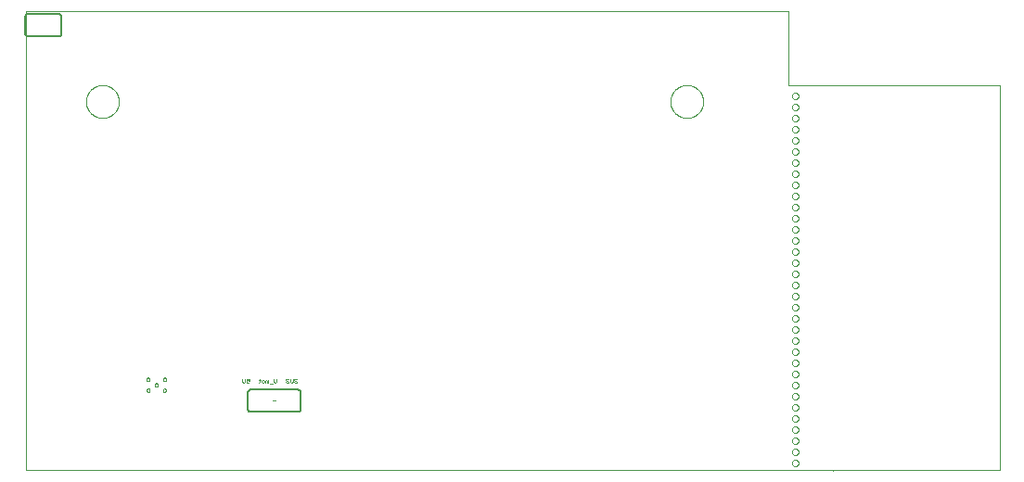
<source format=gbo>
G75*
%MOIN*%
%OFA0B0*%
%FSLAX25Y25*%
%IPPOS*%
%LPD*%
%AMOC8*
5,1,8,0,0,1.08239X$1,22.5*
%
%ADD10C,0.00000*%
%ADD11C,0.00100*%
%ADD12C,0.00600*%
D10*
X0007278Y0003400D02*
X0357278Y0003400D01*
X0357278Y0142000D01*
X0356478Y0142000D01*
X0357278Y0142001D02*
X0297318Y0142001D01*
X0297478Y0142000D02*
X0281378Y0142000D01*
X0281378Y0168400D01*
X0007278Y0168400D01*
X0007278Y0003400D01*
X0050710Y0032156D02*
X0050712Y0032204D01*
X0050718Y0032252D01*
X0050728Y0032299D01*
X0050741Y0032345D01*
X0050759Y0032390D01*
X0050779Y0032434D01*
X0050804Y0032476D01*
X0050832Y0032515D01*
X0050862Y0032552D01*
X0050896Y0032586D01*
X0050933Y0032618D01*
X0050971Y0032647D01*
X0051012Y0032672D01*
X0051055Y0032694D01*
X0051100Y0032712D01*
X0051146Y0032726D01*
X0051193Y0032737D01*
X0051241Y0032744D01*
X0051289Y0032747D01*
X0051337Y0032746D01*
X0051385Y0032741D01*
X0051433Y0032732D01*
X0051479Y0032720D01*
X0051524Y0032703D01*
X0051568Y0032683D01*
X0051610Y0032660D01*
X0051650Y0032633D01*
X0051688Y0032603D01*
X0051723Y0032570D01*
X0051755Y0032534D01*
X0051785Y0032496D01*
X0051811Y0032455D01*
X0051833Y0032412D01*
X0051853Y0032368D01*
X0051868Y0032323D01*
X0051880Y0032276D01*
X0051888Y0032228D01*
X0051892Y0032180D01*
X0051892Y0032132D01*
X0051888Y0032084D01*
X0051880Y0032036D01*
X0051868Y0031989D01*
X0051853Y0031944D01*
X0051833Y0031900D01*
X0051811Y0031857D01*
X0051785Y0031816D01*
X0051755Y0031778D01*
X0051723Y0031742D01*
X0051688Y0031709D01*
X0051650Y0031679D01*
X0051610Y0031652D01*
X0051568Y0031629D01*
X0051524Y0031609D01*
X0051479Y0031592D01*
X0051433Y0031580D01*
X0051385Y0031571D01*
X0051337Y0031566D01*
X0051289Y0031565D01*
X0051241Y0031568D01*
X0051193Y0031575D01*
X0051146Y0031586D01*
X0051100Y0031600D01*
X0051055Y0031618D01*
X0051012Y0031640D01*
X0050971Y0031665D01*
X0050933Y0031694D01*
X0050896Y0031726D01*
X0050862Y0031760D01*
X0050832Y0031797D01*
X0050804Y0031836D01*
X0050779Y0031878D01*
X0050759Y0031922D01*
X0050741Y0031967D01*
X0050728Y0032013D01*
X0050718Y0032060D01*
X0050712Y0032108D01*
X0050710Y0032156D01*
X0053662Y0034125D02*
X0053664Y0034173D01*
X0053670Y0034221D01*
X0053680Y0034268D01*
X0053693Y0034314D01*
X0053711Y0034359D01*
X0053731Y0034403D01*
X0053756Y0034445D01*
X0053784Y0034484D01*
X0053814Y0034521D01*
X0053848Y0034555D01*
X0053885Y0034587D01*
X0053923Y0034616D01*
X0053964Y0034641D01*
X0054007Y0034663D01*
X0054052Y0034681D01*
X0054098Y0034695D01*
X0054145Y0034706D01*
X0054193Y0034713D01*
X0054241Y0034716D01*
X0054289Y0034715D01*
X0054337Y0034710D01*
X0054385Y0034701D01*
X0054431Y0034689D01*
X0054476Y0034672D01*
X0054520Y0034652D01*
X0054562Y0034629D01*
X0054602Y0034602D01*
X0054640Y0034572D01*
X0054675Y0034539D01*
X0054707Y0034503D01*
X0054737Y0034465D01*
X0054763Y0034424D01*
X0054785Y0034381D01*
X0054805Y0034337D01*
X0054820Y0034292D01*
X0054832Y0034245D01*
X0054840Y0034197D01*
X0054844Y0034149D01*
X0054844Y0034101D01*
X0054840Y0034053D01*
X0054832Y0034005D01*
X0054820Y0033958D01*
X0054805Y0033913D01*
X0054785Y0033869D01*
X0054763Y0033826D01*
X0054737Y0033785D01*
X0054707Y0033747D01*
X0054675Y0033711D01*
X0054640Y0033678D01*
X0054602Y0033648D01*
X0054562Y0033621D01*
X0054520Y0033598D01*
X0054476Y0033578D01*
X0054431Y0033561D01*
X0054385Y0033549D01*
X0054337Y0033540D01*
X0054289Y0033535D01*
X0054241Y0033534D01*
X0054193Y0033537D01*
X0054145Y0033544D01*
X0054098Y0033555D01*
X0054052Y0033569D01*
X0054007Y0033587D01*
X0053964Y0033609D01*
X0053923Y0033634D01*
X0053885Y0033663D01*
X0053848Y0033695D01*
X0053814Y0033729D01*
X0053784Y0033766D01*
X0053756Y0033805D01*
X0053731Y0033847D01*
X0053711Y0033891D01*
X0053693Y0033936D01*
X0053680Y0033982D01*
X0053670Y0034029D01*
X0053664Y0034077D01*
X0053662Y0034125D01*
X0050710Y0036094D02*
X0050712Y0036142D01*
X0050718Y0036190D01*
X0050728Y0036237D01*
X0050741Y0036283D01*
X0050759Y0036328D01*
X0050779Y0036372D01*
X0050804Y0036414D01*
X0050832Y0036453D01*
X0050862Y0036490D01*
X0050896Y0036524D01*
X0050933Y0036556D01*
X0050971Y0036585D01*
X0051012Y0036610D01*
X0051055Y0036632D01*
X0051100Y0036650D01*
X0051146Y0036664D01*
X0051193Y0036675D01*
X0051241Y0036682D01*
X0051289Y0036685D01*
X0051337Y0036684D01*
X0051385Y0036679D01*
X0051433Y0036670D01*
X0051479Y0036658D01*
X0051524Y0036641D01*
X0051568Y0036621D01*
X0051610Y0036598D01*
X0051650Y0036571D01*
X0051688Y0036541D01*
X0051723Y0036508D01*
X0051755Y0036472D01*
X0051785Y0036434D01*
X0051811Y0036393D01*
X0051833Y0036350D01*
X0051853Y0036306D01*
X0051868Y0036261D01*
X0051880Y0036214D01*
X0051888Y0036166D01*
X0051892Y0036118D01*
X0051892Y0036070D01*
X0051888Y0036022D01*
X0051880Y0035974D01*
X0051868Y0035927D01*
X0051853Y0035882D01*
X0051833Y0035838D01*
X0051811Y0035795D01*
X0051785Y0035754D01*
X0051755Y0035716D01*
X0051723Y0035680D01*
X0051688Y0035647D01*
X0051650Y0035617D01*
X0051610Y0035590D01*
X0051568Y0035567D01*
X0051524Y0035547D01*
X0051479Y0035530D01*
X0051433Y0035518D01*
X0051385Y0035509D01*
X0051337Y0035504D01*
X0051289Y0035503D01*
X0051241Y0035506D01*
X0051193Y0035513D01*
X0051146Y0035524D01*
X0051100Y0035538D01*
X0051055Y0035556D01*
X0051012Y0035578D01*
X0050971Y0035603D01*
X0050933Y0035632D01*
X0050896Y0035664D01*
X0050862Y0035698D01*
X0050832Y0035735D01*
X0050804Y0035774D01*
X0050779Y0035816D01*
X0050759Y0035860D01*
X0050741Y0035905D01*
X0050728Y0035951D01*
X0050718Y0035998D01*
X0050712Y0036046D01*
X0050710Y0036094D01*
X0056615Y0036094D02*
X0056617Y0036142D01*
X0056623Y0036190D01*
X0056633Y0036237D01*
X0056646Y0036283D01*
X0056664Y0036328D01*
X0056684Y0036372D01*
X0056709Y0036414D01*
X0056737Y0036453D01*
X0056767Y0036490D01*
X0056801Y0036524D01*
X0056838Y0036556D01*
X0056876Y0036585D01*
X0056917Y0036610D01*
X0056960Y0036632D01*
X0057005Y0036650D01*
X0057051Y0036664D01*
X0057098Y0036675D01*
X0057146Y0036682D01*
X0057194Y0036685D01*
X0057242Y0036684D01*
X0057290Y0036679D01*
X0057338Y0036670D01*
X0057384Y0036658D01*
X0057429Y0036641D01*
X0057473Y0036621D01*
X0057515Y0036598D01*
X0057555Y0036571D01*
X0057593Y0036541D01*
X0057628Y0036508D01*
X0057660Y0036472D01*
X0057690Y0036434D01*
X0057716Y0036393D01*
X0057738Y0036350D01*
X0057758Y0036306D01*
X0057773Y0036261D01*
X0057785Y0036214D01*
X0057793Y0036166D01*
X0057797Y0036118D01*
X0057797Y0036070D01*
X0057793Y0036022D01*
X0057785Y0035974D01*
X0057773Y0035927D01*
X0057758Y0035882D01*
X0057738Y0035838D01*
X0057716Y0035795D01*
X0057690Y0035754D01*
X0057660Y0035716D01*
X0057628Y0035680D01*
X0057593Y0035647D01*
X0057555Y0035617D01*
X0057515Y0035590D01*
X0057473Y0035567D01*
X0057429Y0035547D01*
X0057384Y0035530D01*
X0057338Y0035518D01*
X0057290Y0035509D01*
X0057242Y0035504D01*
X0057194Y0035503D01*
X0057146Y0035506D01*
X0057098Y0035513D01*
X0057051Y0035524D01*
X0057005Y0035538D01*
X0056960Y0035556D01*
X0056917Y0035578D01*
X0056876Y0035603D01*
X0056838Y0035632D01*
X0056801Y0035664D01*
X0056767Y0035698D01*
X0056737Y0035735D01*
X0056709Y0035774D01*
X0056684Y0035816D01*
X0056664Y0035860D01*
X0056646Y0035905D01*
X0056633Y0035951D01*
X0056623Y0035998D01*
X0056617Y0036046D01*
X0056615Y0036094D01*
X0056615Y0032156D02*
X0056617Y0032204D01*
X0056623Y0032252D01*
X0056633Y0032299D01*
X0056646Y0032345D01*
X0056664Y0032390D01*
X0056684Y0032434D01*
X0056709Y0032476D01*
X0056737Y0032515D01*
X0056767Y0032552D01*
X0056801Y0032586D01*
X0056838Y0032618D01*
X0056876Y0032647D01*
X0056917Y0032672D01*
X0056960Y0032694D01*
X0057005Y0032712D01*
X0057051Y0032726D01*
X0057098Y0032737D01*
X0057146Y0032744D01*
X0057194Y0032747D01*
X0057242Y0032746D01*
X0057290Y0032741D01*
X0057338Y0032732D01*
X0057384Y0032720D01*
X0057429Y0032703D01*
X0057473Y0032683D01*
X0057515Y0032660D01*
X0057555Y0032633D01*
X0057593Y0032603D01*
X0057628Y0032570D01*
X0057660Y0032534D01*
X0057690Y0032496D01*
X0057716Y0032455D01*
X0057738Y0032412D01*
X0057758Y0032368D01*
X0057773Y0032323D01*
X0057785Y0032276D01*
X0057793Y0032228D01*
X0057797Y0032180D01*
X0057797Y0032132D01*
X0057793Y0032084D01*
X0057785Y0032036D01*
X0057773Y0031989D01*
X0057758Y0031944D01*
X0057738Y0031900D01*
X0057716Y0031857D01*
X0057690Y0031816D01*
X0057660Y0031778D01*
X0057628Y0031742D01*
X0057593Y0031709D01*
X0057555Y0031679D01*
X0057515Y0031652D01*
X0057473Y0031629D01*
X0057429Y0031609D01*
X0057384Y0031592D01*
X0057338Y0031580D01*
X0057290Y0031571D01*
X0057242Y0031566D01*
X0057194Y0031565D01*
X0057146Y0031568D01*
X0057098Y0031575D01*
X0057051Y0031586D01*
X0057005Y0031600D01*
X0056960Y0031618D01*
X0056917Y0031640D01*
X0056876Y0031665D01*
X0056838Y0031694D01*
X0056801Y0031726D01*
X0056767Y0031760D01*
X0056737Y0031797D01*
X0056709Y0031836D01*
X0056684Y0031878D01*
X0056664Y0031922D01*
X0056646Y0031967D01*
X0056633Y0032013D01*
X0056623Y0032060D01*
X0056617Y0032108D01*
X0056615Y0032156D01*
X0095969Y0028479D02*
X0095969Y0028426D01*
X0095995Y0028400D01*
X0096021Y0028426D01*
X0096021Y0028479D01*
X0096041Y0028479D02*
X0096094Y0028479D01*
X0096094Y0028439D01*
X0096067Y0028453D01*
X0096054Y0028453D01*
X0096041Y0028439D01*
X0096041Y0028413D01*
X0096054Y0028400D01*
X0096080Y0028400D01*
X0096094Y0028413D01*
X0096260Y0028453D02*
X0096273Y0028453D01*
X0096299Y0028426D01*
X0096319Y0028413D02*
X0096319Y0028439D01*
X0096332Y0028453D01*
X0096358Y0028453D01*
X0096372Y0028439D01*
X0096372Y0028413D01*
X0096358Y0028400D01*
X0096332Y0028400D01*
X0096319Y0028413D01*
X0096299Y0028400D02*
X0096299Y0028453D01*
X0096394Y0028453D02*
X0096420Y0028453D01*
X0096407Y0028466D02*
X0096407Y0028413D01*
X0096394Y0028400D01*
X0096440Y0028413D02*
X0096440Y0028439D01*
X0096453Y0028453D01*
X0096479Y0028453D01*
X0096492Y0028439D01*
X0096492Y0028413D01*
X0096479Y0028400D01*
X0096453Y0028400D01*
X0096440Y0028413D01*
X0096512Y0028400D02*
X0096512Y0028479D01*
X0096539Y0028453D01*
X0096565Y0028479D01*
X0096565Y0028400D01*
X0096585Y0028387D02*
X0096637Y0028387D01*
X0096657Y0028426D02*
X0096657Y0028479D01*
X0096657Y0028426D02*
X0096684Y0028400D01*
X0096710Y0028426D01*
X0096710Y0028479D01*
X0096875Y0028466D02*
X0096875Y0028453D01*
X0096888Y0028439D01*
X0096875Y0028426D01*
X0096875Y0028413D01*
X0096888Y0028400D01*
X0096914Y0028400D01*
X0096927Y0028413D01*
X0096947Y0028426D02*
X0096947Y0028479D01*
X0096927Y0028466D02*
X0096914Y0028479D01*
X0096888Y0028479D01*
X0096875Y0028466D01*
X0096888Y0028439D02*
X0096901Y0028439D01*
X0096947Y0028426D02*
X0096974Y0028400D01*
X0097000Y0028426D01*
X0097000Y0028479D01*
X0097020Y0028466D02*
X0097020Y0028453D01*
X0097033Y0028439D01*
X0097020Y0028426D01*
X0097020Y0028413D01*
X0097033Y0028400D01*
X0097059Y0028400D01*
X0097072Y0028413D01*
X0097046Y0028439D02*
X0097033Y0028439D01*
X0097020Y0028466D02*
X0097033Y0028479D01*
X0097059Y0028479D01*
X0097072Y0028466D01*
X0282697Y0030000D02*
X0282699Y0030069D01*
X0282705Y0030137D01*
X0282715Y0030205D01*
X0282729Y0030272D01*
X0282747Y0030339D01*
X0282768Y0030404D01*
X0282794Y0030468D01*
X0282823Y0030530D01*
X0282855Y0030590D01*
X0282891Y0030649D01*
X0282931Y0030705D01*
X0282973Y0030759D01*
X0283019Y0030810D01*
X0283068Y0030859D01*
X0283119Y0030905D01*
X0283173Y0030947D01*
X0283229Y0030987D01*
X0283287Y0031023D01*
X0283348Y0031055D01*
X0283410Y0031084D01*
X0283474Y0031110D01*
X0283539Y0031131D01*
X0283606Y0031149D01*
X0283673Y0031163D01*
X0283741Y0031173D01*
X0283809Y0031179D01*
X0283878Y0031181D01*
X0283947Y0031179D01*
X0284015Y0031173D01*
X0284083Y0031163D01*
X0284150Y0031149D01*
X0284217Y0031131D01*
X0284282Y0031110D01*
X0284346Y0031084D01*
X0284408Y0031055D01*
X0284468Y0031023D01*
X0284527Y0030987D01*
X0284583Y0030947D01*
X0284637Y0030905D01*
X0284688Y0030859D01*
X0284737Y0030810D01*
X0284783Y0030759D01*
X0284825Y0030705D01*
X0284865Y0030649D01*
X0284901Y0030590D01*
X0284933Y0030530D01*
X0284962Y0030468D01*
X0284988Y0030404D01*
X0285009Y0030339D01*
X0285027Y0030272D01*
X0285041Y0030205D01*
X0285051Y0030137D01*
X0285057Y0030069D01*
X0285059Y0030000D01*
X0285057Y0029931D01*
X0285051Y0029863D01*
X0285041Y0029795D01*
X0285027Y0029728D01*
X0285009Y0029661D01*
X0284988Y0029596D01*
X0284962Y0029532D01*
X0284933Y0029470D01*
X0284901Y0029409D01*
X0284865Y0029351D01*
X0284825Y0029295D01*
X0284783Y0029241D01*
X0284737Y0029190D01*
X0284688Y0029141D01*
X0284637Y0029095D01*
X0284583Y0029053D01*
X0284527Y0029013D01*
X0284469Y0028977D01*
X0284408Y0028945D01*
X0284346Y0028916D01*
X0284282Y0028890D01*
X0284217Y0028869D01*
X0284150Y0028851D01*
X0284083Y0028837D01*
X0284015Y0028827D01*
X0283947Y0028821D01*
X0283878Y0028819D01*
X0283809Y0028821D01*
X0283741Y0028827D01*
X0283673Y0028837D01*
X0283606Y0028851D01*
X0283539Y0028869D01*
X0283474Y0028890D01*
X0283410Y0028916D01*
X0283348Y0028945D01*
X0283287Y0028977D01*
X0283229Y0029013D01*
X0283173Y0029053D01*
X0283119Y0029095D01*
X0283068Y0029141D01*
X0283019Y0029190D01*
X0282973Y0029241D01*
X0282931Y0029295D01*
X0282891Y0029351D01*
X0282855Y0029409D01*
X0282823Y0029470D01*
X0282794Y0029532D01*
X0282768Y0029596D01*
X0282747Y0029661D01*
X0282729Y0029728D01*
X0282715Y0029795D01*
X0282705Y0029863D01*
X0282699Y0029931D01*
X0282697Y0030000D01*
X0282697Y0026000D02*
X0282699Y0026069D01*
X0282705Y0026137D01*
X0282715Y0026205D01*
X0282729Y0026272D01*
X0282747Y0026339D01*
X0282768Y0026404D01*
X0282794Y0026468D01*
X0282823Y0026530D01*
X0282855Y0026590D01*
X0282891Y0026649D01*
X0282931Y0026705D01*
X0282973Y0026759D01*
X0283019Y0026810D01*
X0283068Y0026859D01*
X0283119Y0026905D01*
X0283173Y0026947D01*
X0283229Y0026987D01*
X0283287Y0027023D01*
X0283348Y0027055D01*
X0283410Y0027084D01*
X0283474Y0027110D01*
X0283539Y0027131D01*
X0283606Y0027149D01*
X0283673Y0027163D01*
X0283741Y0027173D01*
X0283809Y0027179D01*
X0283878Y0027181D01*
X0283947Y0027179D01*
X0284015Y0027173D01*
X0284083Y0027163D01*
X0284150Y0027149D01*
X0284217Y0027131D01*
X0284282Y0027110D01*
X0284346Y0027084D01*
X0284408Y0027055D01*
X0284468Y0027023D01*
X0284527Y0026987D01*
X0284583Y0026947D01*
X0284637Y0026905D01*
X0284688Y0026859D01*
X0284737Y0026810D01*
X0284783Y0026759D01*
X0284825Y0026705D01*
X0284865Y0026649D01*
X0284901Y0026590D01*
X0284933Y0026530D01*
X0284962Y0026468D01*
X0284988Y0026404D01*
X0285009Y0026339D01*
X0285027Y0026272D01*
X0285041Y0026205D01*
X0285051Y0026137D01*
X0285057Y0026069D01*
X0285059Y0026000D01*
X0285057Y0025931D01*
X0285051Y0025863D01*
X0285041Y0025795D01*
X0285027Y0025728D01*
X0285009Y0025661D01*
X0284988Y0025596D01*
X0284962Y0025532D01*
X0284933Y0025470D01*
X0284901Y0025409D01*
X0284865Y0025351D01*
X0284825Y0025295D01*
X0284783Y0025241D01*
X0284737Y0025190D01*
X0284688Y0025141D01*
X0284637Y0025095D01*
X0284583Y0025053D01*
X0284527Y0025013D01*
X0284469Y0024977D01*
X0284408Y0024945D01*
X0284346Y0024916D01*
X0284282Y0024890D01*
X0284217Y0024869D01*
X0284150Y0024851D01*
X0284083Y0024837D01*
X0284015Y0024827D01*
X0283947Y0024821D01*
X0283878Y0024819D01*
X0283809Y0024821D01*
X0283741Y0024827D01*
X0283673Y0024837D01*
X0283606Y0024851D01*
X0283539Y0024869D01*
X0283474Y0024890D01*
X0283410Y0024916D01*
X0283348Y0024945D01*
X0283287Y0024977D01*
X0283229Y0025013D01*
X0283173Y0025053D01*
X0283119Y0025095D01*
X0283068Y0025141D01*
X0283019Y0025190D01*
X0282973Y0025241D01*
X0282931Y0025295D01*
X0282891Y0025351D01*
X0282855Y0025409D01*
X0282823Y0025470D01*
X0282794Y0025532D01*
X0282768Y0025596D01*
X0282747Y0025661D01*
X0282729Y0025728D01*
X0282715Y0025795D01*
X0282705Y0025863D01*
X0282699Y0025931D01*
X0282697Y0026000D01*
X0282697Y0022000D02*
X0282699Y0022069D01*
X0282705Y0022137D01*
X0282715Y0022205D01*
X0282729Y0022272D01*
X0282747Y0022339D01*
X0282768Y0022404D01*
X0282794Y0022468D01*
X0282823Y0022530D01*
X0282855Y0022590D01*
X0282891Y0022649D01*
X0282931Y0022705D01*
X0282973Y0022759D01*
X0283019Y0022810D01*
X0283068Y0022859D01*
X0283119Y0022905D01*
X0283173Y0022947D01*
X0283229Y0022987D01*
X0283287Y0023023D01*
X0283348Y0023055D01*
X0283410Y0023084D01*
X0283474Y0023110D01*
X0283539Y0023131D01*
X0283606Y0023149D01*
X0283673Y0023163D01*
X0283741Y0023173D01*
X0283809Y0023179D01*
X0283878Y0023181D01*
X0283947Y0023179D01*
X0284015Y0023173D01*
X0284083Y0023163D01*
X0284150Y0023149D01*
X0284217Y0023131D01*
X0284282Y0023110D01*
X0284346Y0023084D01*
X0284408Y0023055D01*
X0284468Y0023023D01*
X0284527Y0022987D01*
X0284583Y0022947D01*
X0284637Y0022905D01*
X0284688Y0022859D01*
X0284737Y0022810D01*
X0284783Y0022759D01*
X0284825Y0022705D01*
X0284865Y0022649D01*
X0284901Y0022590D01*
X0284933Y0022530D01*
X0284962Y0022468D01*
X0284988Y0022404D01*
X0285009Y0022339D01*
X0285027Y0022272D01*
X0285041Y0022205D01*
X0285051Y0022137D01*
X0285057Y0022069D01*
X0285059Y0022000D01*
X0285057Y0021931D01*
X0285051Y0021863D01*
X0285041Y0021795D01*
X0285027Y0021728D01*
X0285009Y0021661D01*
X0284988Y0021596D01*
X0284962Y0021532D01*
X0284933Y0021470D01*
X0284901Y0021409D01*
X0284865Y0021351D01*
X0284825Y0021295D01*
X0284783Y0021241D01*
X0284737Y0021190D01*
X0284688Y0021141D01*
X0284637Y0021095D01*
X0284583Y0021053D01*
X0284527Y0021013D01*
X0284469Y0020977D01*
X0284408Y0020945D01*
X0284346Y0020916D01*
X0284282Y0020890D01*
X0284217Y0020869D01*
X0284150Y0020851D01*
X0284083Y0020837D01*
X0284015Y0020827D01*
X0283947Y0020821D01*
X0283878Y0020819D01*
X0283809Y0020821D01*
X0283741Y0020827D01*
X0283673Y0020837D01*
X0283606Y0020851D01*
X0283539Y0020869D01*
X0283474Y0020890D01*
X0283410Y0020916D01*
X0283348Y0020945D01*
X0283287Y0020977D01*
X0283229Y0021013D01*
X0283173Y0021053D01*
X0283119Y0021095D01*
X0283068Y0021141D01*
X0283019Y0021190D01*
X0282973Y0021241D01*
X0282931Y0021295D01*
X0282891Y0021351D01*
X0282855Y0021409D01*
X0282823Y0021470D01*
X0282794Y0021532D01*
X0282768Y0021596D01*
X0282747Y0021661D01*
X0282729Y0021728D01*
X0282715Y0021795D01*
X0282705Y0021863D01*
X0282699Y0021931D01*
X0282697Y0022000D01*
X0282697Y0018000D02*
X0282699Y0018069D01*
X0282705Y0018137D01*
X0282715Y0018205D01*
X0282729Y0018272D01*
X0282747Y0018339D01*
X0282768Y0018404D01*
X0282794Y0018468D01*
X0282823Y0018530D01*
X0282855Y0018590D01*
X0282891Y0018649D01*
X0282931Y0018705D01*
X0282973Y0018759D01*
X0283019Y0018810D01*
X0283068Y0018859D01*
X0283119Y0018905D01*
X0283173Y0018947D01*
X0283229Y0018987D01*
X0283287Y0019023D01*
X0283348Y0019055D01*
X0283410Y0019084D01*
X0283474Y0019110D01*
X0283539Y0019131D01*
X0283606Y0019149D01*
X0283673Y0019163D01*
X0283741Y0019173D01*
X0283809Y0019179D01*
X0283878Y0019181D01*
X0283947Y0019179D01*
X0284015Y0019173D01*
X0284083Y0019163D01*
X0284150Y0019149D01*
X0284217Y0019131D01*
X0284282Y0019110D01*
X0284346Y0019084D01*
X0284408Y0019055D01*
X0284468Y0019023D01*
X0284527Y0018987D01*
X0284583Y0018947D01*
X0284637Y0018905D01*
X0284688Y0018859D01*
X0284737Y0018810D01*
X0284783Y0018759D01*
X0284825Y0018705D01*
X0284865Y0018649D01*
X0284901Y0018590D01*
X0284933Y0018530D01*
X0284962Y0018468D01*
X0284988Y0018404D01*
X0285009Y0018339D01*
X0285027Y0018272D01*
X0285041Y0018205D01*
X0285051Y0018137D01*
X0285057Y0018069D01*
X0285059Y0018000D01*
X0285057Y0017931D01*
X0285051Y0017863D01*
X0285041Y0017795D01*
X0285027Y0017728D01*
X0285009Y0017661D01*
X0284988Y0017596D01*
X0284962Y0017532D01*
X0284933Y0017470D01*
X0284901Y0017409D01*
X0284865Y0017351D01*
X0284825Y0017295D01*
X0284783Y0017241D01*
X0284737Y0017190D01*
X0284688Y0017141D01*
X0284637Y0017095D01*
X0284583Y0017053D01*
X0284527Y0017013D01*
X0284469Y0016977D01*
X0284408Y0016945D01*
X0284346Y0016916D01*
X0284282Y0016890D01*
X0284217Y0016869D01*
X0284150Y0016851D01*
X0284083Y0016837D01*
X0284015Y0016827D01*
X0283947Y0016821D01*
X0283878Y0016819D01*
X0283809Y0016821D01*
X0283741Y0016827D01*
X0283673Y0016837D01*
X0283606Y0016851D01*
X0283539Y0016869D01*
X0283474Y0016890D01*
X0283410Y0016916D01*
X0283348Y0016945D01*
X0283287Y0016977D01*
X0283229Y0017013D01*
X0283173Y0017053D01*
X0283119Y0017095D01*
X0283068Y0017141D01*
X0283019Y0017190D01*
X0282973Y0017241D01*
X0282931Y0017295D01*
X0282891Y0017351D01*
X0282855Y0017409D01*
X0282823Y0017470D01*
X0282794Y0017532D01*
X0282768Y0017596D01*
X0282747Y0017661D01*
X0282729Y0017728D01*
X0282715Y0017795D01*
X0282705Y0017863D01*
X0282699Y0017931D01*
X0282697Y0018000D01*
X0282697Y0014000D02*
X0282699Y0014069D01*
X0282705Y0014137D01*
X0282715Y0014205D01*
X0282729Y0014272D01*
X0282747Y0014339D01*
X0282768Y0014404D01*
X0282794Y0014468D01*
X0282823Y0014530D01*
X0282855Y0014590D01*
X0282891Y0014649D01*
X0282931Y0014705D01*
X0282973Y0014759D01*
X0283019Y0014810D01*
X0283068Y0014859D01*
X0283119Y0014905D01*
X0283173Y0014947D01*
X0283229Y0014987D01*
X0283287Y0015023D01*
X0283348Y0015055D01*
X0283410Y0015084D01*
X0283474Y0015110D01*
X0283539Y0015131D01*
X0283606Y0015149D01*
X0283673Y0015163D01*
X0283741Y0015173D01*
X0283809Y0015179D01*
X0283878Y0015181D01*
X0283947Y0015179D01*
X0284015Y0015173D01*
X0284083Y0015163D01*
X0284150Y0015149D01*
X0284217Y0015131D01*
X0284282Y0015110D01*
X0284346Y0015084D01*
X0284408Y0015055D01*
X0284468Y0015023D01*
X0284527Y0014987D01*
X0284583Y0014947D01*
X0284637Y0014905D01*
X0284688Y0014859D01*
X0284737Y0014810D01*
X0284783Y0014759D01*
X0284825Y0014705D01*
X0284865Y0014649D01*
X0284901Y0014590D01*
X0284933Y0014530D01*
X0284962Y0014468D01*
X0284988Y0014404D01*
X0285009Y0014339D01*
X0285027Y0014272D01*
X0285041Y0014205D01*
X0285051Y0014137D01*
X0285057Y0014069D01*
X0285059Y0014000D01*
X0285057Y0013931D01*
X0285051Y0013863D01*
X0285041Y0013795D01*
X0285027Y0013728D01*
X0285009Y0013661D01*
X0284988Y0013596D01*
X0284962Y0013532D01*
X0284933Y0013470D01*
X0284901Y0013409D01*
X0284865Y0013351D01*
X0284825Y0013295D01*
X0284783Y0013241D01*
X0284737Y0013190D01*
X0284688Y0013141D01*
X0284637Y0013095D01*
X0284583Y0013053D01*
X0284527Y0013013D01*
X0284469Y0012977D01*
X0284408Y0012945D01*
X0284346Y0012916D01*
X0284282Y0012890D01*
X0284217Y0012869D01*
X0284150Y0012851D01*
X0284083Y0012837D01*
X0284015Y0012827D01*
X0283947Y0012821D01*
X0283878Y0012819D01*
X0283809Y0012821D01*
X0283741Y0012827D01*
X0283673Y0012837D01*
X0283606Y0012851D01*
X0283539Y0012869D01*
X0283474Y0012890D01*
X0283410Y0012916D01*
X0283348Y0012945D01*
X0283287Y0012977D01*
X0283229Y0013013D01*
X0283173Y0013053D01*
X0283119Y0013095D01*
X0283068Y0013141D01*
X0283019Y0013190D01*
X0282973Y0013241D01*
X0282931Y0013295D01*
X0282891Y0013351D01*
X0282855Y0013409D01*
X0282823Y0013470D01*
X0282794Y0013532D01*
X0282768Y0013596D01*
X0282747Y0013661D01*
X0282729Y0013728D01*
X0282715Y0013795D01*
X0282705Y0013863D01*
X0282699Y0013931D01*
X0282697Y0014000D01*
X0282697Y0010000D02*
X0282699Y0010069D01*
X0282705Y0010137D01*
X0282715Y0010205D01*
X0282729Y0010272D01*
X0282747Y0010339D01*
X0282768Y0010404D01*
X0282794Y0010468D01*
X0282823Y0010530D01*
X0282855Y0010590D01*
X0282891Y0010649D01*
X0282931Y0010705D01*
X0282973Y0010759D01*
X0283019Y0010810D01*
X0283068Y0010859D01*
X0283119Y0010905D01*
X0283173Y0010947D01*
X0283229Y0010987D01*
X0283287Y0011023D01*
X0283348Y0011055D01*
X0283410Y0011084D01*
X0283474Y0011110D01*
X0283539Y0011131D01*
X0283606Y0011149D01*
X0283673Y0011163D01*
X0283741Y0011173D01*
X0283809Y0011179D01*
X0283878Y0011181D01*
X0283947Y0011179D01*
X0284015Y0011173D01*
X0284083Y0011163D01*
X0284150Y0011149D01*
X0284217Y0011131D01*
X0284282Y0011110D01*
X0284346Y0011084D01*
X0284408Y0011055D01*
X0284468Y0011023D01*
X0284527Y0010987D01*
X0284583Y0010947D01*
X0284637Y0010905D01*
X0284688Y0010859D01*
X0284737Y0010810D01*
X0284783Y0010759D01*
X0284825Y0010705D01*
X0284865Y0010649D01*
X0284901Y0010590D01*
X0284933Y0010530D01*
X0284962Y0010468D01*
X0284988Y0010404D01*
X0285009Y0010339D01*
X0285027Y0010272D01*
X0285041Y0010205D01*
X0285051Y0010137D01*
X0285057Y0010069D01*
X0285059Y0010000D01*
X0285057Y0009931D01*
X0285051Y0009863D01*
X0285041Y0009795D01*
X0285027Y0009728D01*
X0285009Y0009661D01*
X0284988Y0009596D01*
X0284962Y0009532D01*
X0284933Y0009470D01*
X0284901Y0009409D01*
X0284865Y0009351D01*
X0284825Y0009295D01*
X0284783Y0009241D01*
X0284737Y0009190D01*
X0284688Y0009141D01*
X0284637Y0009095D01*
X0284583Y0009053D01*
X0284527Y0009013D01*
X0284469Y0008977D01*
X0284408Y0008945D01*
X0284346Y0008916D01*
X0284282Y0008890D01*
X0284217Y0008869D01*
X0284150Y0008851D01*
X0284083Y0008837D01*
X0284015Y0008827D01*
X0283947Y0008821D01*
X0283878Y0008819D01*
X0283809Y0008821D01*
X0283741Y0008827D01*
X0283673Y0008837D01*
X0283606Y0008851D01*
X0283539Y0008869D01*
X0283474Y0008890D01*
X0283410Y0008916D01*
X0283348Y0008945D01*
X0283287Y0008977D01*
X0283229Y0009013D01*
X0283173Y0009053D01*
X0283119Y0009095D01*
X0283068Y0009141D01*
X0283019Y0009190D01*
X0282973Y0009241D01*
X0282931Y0009295D01*
X0282891Y0009351D01*
X0282855Y0009409D01*
X0282823Y0009470D01*
X0282794Y0009532D01*
X0282768Y0009596D01*
X0282747Y0009661D01*
X0282729Y0009728D01*
X0282715Y0009795D01*
X0282705Y0009863D01*
X0282699Y0009931D01*
X0282697Y0010000D01*
X0282697Y0006000D02*
X0282699Y0006069D01*
X0282705Y0006137D01*
X0282715Y0006205D01*
X0282729Y0006272D01*
X0282747Y0006339D01*
X0282768Y0006404D01*
X0282794Y0006468D01*
X0282823Y0006530D01*
X0282855Y0006590D01*
X0282891Y0006649D01*
X0282931Y0006705D01*
X0282973Y0006759D01*
X0283019Y0006810D01*
X0283068Y0006859D01*
X0283119Y0006905D01*
X0283173Y0006947D01*
X0283229Y0006987D01*
X0283287Y0007023D01*
X0283348Y0007055D01*
X0283410Y0007084D01*
X0283474Y0007110D01*
X0283539Y0007131D01*
X0283606Y0007149D01*
X0283673Y0007163D01*
X0283741Y0007173D01*
X0283809Y0007179D01*
X0283878Y0007181D01*
X0283947Y0007179D01*
X0284015Y0007173D01*
X0284083Y0007163D01*
X0284150Y0007149D01*
X0284217Y0007131D01*
X0284282Y0007110D01*
X0284346Y0007084D01*
X0284408Y0007055D01*
X0284468Y0007023D01*
X0284527Y0006987D01*
X0284583Y0006947D01*
X0284637Y0006905D01*
X0284688Y0006859D01*
X0284737Y0006810D01*
X0284783Y0006759D01*
X0284825Y0006705D01*
X0284865Y0006649D01*
X0284901Y0006590D01*
X0284933Y0006530D01*
X0284962Y0006468D01*
X0284988Y0006404D01*
X0285009Y0006339D01*
X0285027Y0006272D01*
X0285041Y0006205D01*
X0285051Y0006137D01*
X0285057Y0006069D01*
X0285059Y0006000D01*
X0285057Y0005931D01*
X0285051Y0005863D01*
X0285041Y0005795D01*
X0285027Y0005728D01*
X0285009Y0005661D01*
X0284988Y0005596D01*
X0284962Y0005532D01*
X0284933Y0005470D01*
X0284901Y0005409D01*
X0284865Y0005351D01*
X0284825Y0005295D01*
X0284783Y0005241D01*
X0284737Y0005190D01*
X0284688Y0005141D01*
X0284637Y0005095D01*
X0284583Y0005053D01*
X0284527Y0005013D01*
X0284469Y0004977D01*
X0284408Y0004945D01*
X0284346Y0004916D01*
X0284282Y0004890D01*
X0284217Y0004869D01*
X0284150Y0004851D01*
X0284083Y0004837D01*
X0284015Y0004827D01*
X0283947Y0004821D01*
X0283878Y0004819D01*
X0283809Y0004821D01*
X0283741Y0004827D01*
X0283673Y0004837D01*
X0283606Y0004851D01*
X0283539Y0004869D01*
X0283474Y0004890D01*
X0283410Y0004916D01*
X0283348Y0004945D01*
X0283287Y0004977D01*
X0283229Y0005013D01*
X0283173Y0005053D01*
X0283119Y0005095D01*
X0283068Y0005141D01*
X0283019Y0005190D01*
X0282973Y0005241D01*
X0282931Y0005295D01*
X0282891Y0005351D01*
X0282855Y0005409D01*
X0282823Y0005470D01*
X0282794Y0005532D01*
X0282768Y0005596D01*
X0282747Y0005661D01*
X0282729Y0005728D01*
X0282715Y0005795D01*
X0282705Y0005863D01*
X0282699Y0005931D01*
X0282697Y0006000D01*
X0297318Y0003300D02*
X0297478Y0003300D01*
X0282697Y0034000D02*
X0282699Y0034069D01*
X0282705Y0034137D01*
X0282715Y0034205D01*
X0282729Y0034272D01*
X0282747Y0034339D01*
X0282768Y0034404D01*
X0282794Y0034468D01*
X0282823Y0034530D01*
X0282855Y0034590D01*
X0282891Y0034649D01*
X0282931Y0034705D01*
X0282973Y0034759D01*
X0283019Y0034810D01*
X0283068Y0034859D01*
X0283119Y0034905D01*
X0283173Y0034947D01*
X0283229Y0034987D01*
X0283287Y0035023D01*
X0283348Y0035055D01*
X0283410Y0035084D01*
X0283474Y0035110D01*
X0283539Y0035131D01*
X0283606Y0035149D01*
X0283673Y0035163D01*
X0283741Y0035173D01*
X0283809Y0035179D01*
X0283878Y0035181D01*
X0283947Y0035179D01*
X0284015Y0035173D01*
X0284083Y0035163D01*
X0284150Y0035149D01*
X0284217Y0035131D01*
X0284282Y0035110D01*
X0284346Y0035084D01*
X0284408Y0035055D01*
X0284468Y0035023D01*
X0284527Y0034987D01*
X0284583Y0034947D01*
X0284637Y0034905D01*
X0284688Y0034859D01*
X0284737Y0034810D01*
X0284783Y0034759D01*
X0284825Y0034705D01*
X0284865Y0034649D01*
X0284901Y0034590D01*
X0284933Y0034530D01*
X0284962Y0034468D01*
X0284988Y0034404D01*
X0285009Y0034339D01*
X0285027Y0034272D01*
X0285041Y0034205D01*
X0285051Y0034137D01*
X0285057Y0034069D01*
X0285059Y0034000D01*
X0285057Y0033931D01*
X0285051Y0033863D01*
X0285041Y0033795D01*
X0285027Y0033728D01*
X0285009Y0033661D01*
X0284988Y0033596D01*
X0284962Y0033532D01*
X0284933Y0033470D01*
X0284901Y0033409D01*
X0284865Y0033351D01*
X0284825Y0033295D01*
X0284783Y0033241D01*
X0284737Y0033190D01*
X0284688Y0033141D01*
X0284637Y0033095D01*
X0284583Y0033053D01*
X0284527Y0033013D01*
X0284469Y0032977D01*
X0284408Y0032945D01*
X0284346Y0032916D01*
X0284282Y0032890D01*
X0284217Y0032869D01*
X0284150Y0032851D01*
X0284083Y0032837D01*
X0284015Y0032827D01*
X0283947Y0032821D01*
X0283878Y0032819D01*
X0283809Y0032821D01*
X0283741Y0032827D01*
X0283673Y0032837D01*
X0283606Y0032851D01*
X0283539Y0032869D01*
X0283474Y0032890D01*
X0283410Y0032916D01*
X0283348Y0032945D01*
X0283287Y0032977D01*
X0283229Y0033013D01*
X0283173Y0033053D01*
X0283119Y0033095D01*
X0283068Y0033141D01*
X0283019Y0033190D01*
X0282973Y0033241D01*
X0282931Y0033295D01*
X0282891Y0033351D01*
X0282855Y0033409D01*
X0282823Y0033470D01*
X0282794Y0033532D01*
X0282768Y0033596D01*
X0282747Y0033661D01*
X0282729Y0033728D01*
X0282715Y0033795D01*
X0282705Y0033863D01*
X0282699Y0033931D01*
X0282697Y0034000D01*
X0282697Y0038000D02*
X0282699Y0038069D01*
X0282705Y0038137D01*
X0282715Y0038205D01*
X0282729Y0038272D01*
X0282747Y0038339D01*
X0282768Y0038404D01*
X0282794Y0038468D01*
X0282823Y0038530D01*
X0282855Y0038590D01*
X0282891Y0038649D01*
X0282931Y0038705D01*
X0282973Y0038759D01*
X0283019Y0038810D01*
X0283068Y0038859D01*
X0283119Y0038905D01*
X0283173Y0038947D01*
X0283229Y0038987D01*
X0283287Y0039023D01*
X0283348Y0039055D01*
X0283410Y0039084D01*
X0283474Y0039110D01*
X0283539Y0039131D01*
X0283606Y0039149D01*
X0283673Y0039163D01*
X0283741Y0039173D01*
X0283809Y0039179D01*
X0283878Y0039181D01*
X0283947Y0039179D01*
X0284015Y0039173D01*
X0284083Y0039163D01*
X0284150Y0039149D01*
X0284217Y0039131D01*
X0284282Y0039110D01*
X0284346Y0039084D01*
X0284408Y0039055D01*
X0284468Y0039023D01*
X0284527Y0038987D01*
X0284583Y0038947D01*
X0284637Y0038905D01*
X0284688Y0038859D01*
X0284737Y0038810D01*
X0284783Y0038759D01*
X0284825Y0038705D01*
X0284865Y0038649D01*
X0284901Y0038590D01*
X0284933Y0038530D01*
X0284962Y0038468D01*
X0284988Y0038404D01*
X0285009Y0038339D01*
X0285027Y0038272D01*
X0285041Y0038205D01*
X0285051Y0038137D01*
X0285057Y0038069D01*
X0285059Y0038000D01*
X0285057Y0037931D01*
X0285051Y0037863D01*
X0285041Y0037795D01*
X0285027Y0037728D01*
X0285009Y0037661D01*
X0284988Y0037596D01*
X0284962Y0037532D01*
X0284933Y0037470D01*
X0284901Y0037409D01*
X0284865Y0037351D01*
X0284825Y0037295D01*
X0284783Y0037241D01*
X0284737Y0037190D01*
X0284688Y0037141D01*
X0284637Y0037095D01*
X0284583Y0037053D01*
X0284527Y0037013D01*
X0284469Y0036977D01*
X0284408Y0036945D01*
X0284346Y0036916D01*
X0284282Y0036890D01*
X0284217Y0036869D01*
X0284150Y0036851D01*
X0284083Y0036837D01*
X0284015Y0036827D01*
X0283947Y0036821D01*
X0283878Y0036819D01*
X0283809Y0036821D01*
X0283741Y0036827D01*
X0283673Y0036837D01*
X0283606Y0036851D01*
X0283539Y0036869D01*
X0283474Y0036890D01*
X0283410Y0036916D01*
X0283348Y0036945D01*
X0283287Y0036977D01*
X0283229Y0037013D01*
X0283173Y0037053D01*
X0283119Y0037095D01*
X0283068Y0037141D01*
X0283019Y0037190D01*
X0282973Y0037241D01*
X0282931Y0037295D01*
X0282891Y0037351D01*
X0282855Y0037409D01*
X0282823Y0037470D01*
X0282794Y0037532D01*
X0282768Y0037596D01*
X0282747Y0037661D01*
X0282729Y0037728D01*
X0282715Y0037795D01*
X0282705Y0037863D01*
X0282699Y0037931D01*
X0282697Y0038000D01*
X0282697Y0042000D02*
X0282699Y0042069D01*
X0282705Y0042137D01*
X0282715Y0042205D01*
X0282729Y0042272D01*
X0282747Y0042339D01*
X0282768Y0042404D01*
X0282794Y0042468D01*
X0282823Y0042530D01*
X0282855Y0042590D01*
X0282891Y0042649D01*
X0282931Y0042705D01*
X0282973Y0042759D01*
X0283019Y0042810D01*
X0283068Y0042859D01*
X0283119Y0042905D01*
X0283173Y0042947D01*
X0283229Y0042987D01*
X0283287Y0043023D01*
X0283348Y0043055D01*
X0283410Y0043084D01*
X0283474Y0043110D01*
X0283539Y0043131D01*
X0283606Y0043149D01*
X0283673Y0043163D01*
X0283741Y0043173D01*
X0283809Y0043179D01*
X0283878Y0043181D01*
X0283947Y0043179D01*
X0284015Y0043173D01*
X0284083Y0043163D01*
X0284150Y0043149D01*
X0284217Y0043131D01*
X0284282Y0043110D01*
X0284346Y0043084D01*
X0284408Y0043055D01*
X0284468Y0043023D01*
X0284527Y0042987D01*
X0284583Y0042947D01*
X0284637Y0042905D01*
X0284688Y0042859D01*
X0284737Y0042810D01*
X0284783Y0042759D01*
X0284825Y0042705D01*
X0284865Y0042649D01*
X0284901Y0042590D01*
X0284933Y0042530D01*
X0284962Y0042468D01*
X0284988Y0042404D01*
X0285009Y0042339D01*
X0285027Y0042272D01*
X0285041Y0042205D01*
X0285051Y0042137D01*
X0285057Y0042069D01*
X0285059Y0042000D01*
X0285057Y0041931D01*
X0285051Y0041863D01*
X0285041Y0041795D01*
X0285027Y0041728D01*
X0285009Y0041661D01*
X0284988Y0041596D01*
X0284962Y0041532D01*
X0284933Y0041470D01*
X0284901Y0041409D01*
X0284865Y0041351D01*
X0284825Y0041295D01*
X0284783Y0041241D01*
X0284737Y0041190D01*
X0284688Y0041141D01*
X0284637Y0041095D01*
X0284583Y0041053D01*
X0284527Y0041013D01*
X0284469Y0040977D01*
X0284408Y0040945D01*
X0284346Y0040916D01*
X0284282Y0040890D01*
X0284217Y0040869D01*
X0284150Y0040851D01*
X0284083Y0040837D01*
X0284015Y0040827D01*
X0283947Y0040821D01*
X0283878Y0040819D01*
X0283809Y0040821D01*
X0283741Y0040827D01*
X0283673Y0040837D01*
X0283606Y0040851D01*
X0283539Y0040869D01*
X0283474Y0040890D01*
X0283410Y0040916D01*
X0283348Y0040945D01*
X0283287Y0040977D01*
X0283229Y0041013D01*
X0283173Y0041053D01*
X0283119Y0041095D01*
X0283068Y0041141D01*
X0283019Y0041190D01*
X0282973Y0041241D01*
X0282931Y0041295D01*
X0282891Y0041351D01*
X0282855Y0041409D01*
X0282823Y0041470D01*
X0282794Y0041532D01*
X0282768Y0041596D01*
X0282747Y0041661D01*
X0282729Y0041728D01*
X0282715Y0041795D01*
X0282705Y0041863D01*
X0282699Y0041931D01*
X0282697Y0042000D01*
X0282697Y0046000D02*
X0282699Y0046069D01*
X0282705Y0046137D01*
X0282715Y0046205D01*
X0282729Y0046272D01*
X0282747Y0046339D01*
X0282768Y0046404D01*
X0282794Y0046468D01*
X0282823Y0046530D01*
X0282855Y0046590D01*
X0282891Y0046649D01*
X0282931Y0046705D01*
X0282973Y0046759D01*
X0283019Y0046810D01*
X0283068Y0046859D01*
X0283119Y0046905D01*
X0283173Y0046947D01*
X0283229Y0046987D01*
X0283287Y0047023D01*
X0283348Y0047055D01*
X0283410Y0047084D01*
X0283474Y0047110D01*
X0283539Y0047131D01*
X0283606Y0047149D01*
X0283673Y0047163D01*
X0283741Y0047173D01*
X0283809Y0047179D01*
X0283878Y0047181D01*
X0283947Y0047179D01*
X0284015Y0047173D01*
X0284083Y0047163D01*
X0284150Y0047149D01*
X0284217Y0047131D01*
X0284282Y0047110D01*
X0284346Y0047084D01*
X0284408Y0047055D01*
X0284468Y0047023D01*
X0284527Y0046987D01*
X0284583Y0046947D01*
X0284637Y0046905D01*
X0284688Y0046859D01*
X0284737Y0046810D01*
X0284783Y0046759D01*
X0284825Y0046705D01*
X0284865Y0046649D01*
X0284901Y0046590D01*
X0284933Y0046530D01*
X0284962Y0046468D01*
X0284988Y0046404D01*
X0285009Y0046339D01*
X0285027Y0046272D01*
X0285041Y0046205D01*
X0285051Y0046137D01*
X0285057Y0046069D01*
X0285059Y0046000D01*
X0285057Y0045931D01*
X0285051Y0045863D01*
X0285041Y0045795D01*
X0285027Y0045728D01*
X0285009Y0045661D01*
X0284988Y0045596D01*
X0284962Y0045532D01*
X0284933Y0045470D01*
X0284901Y0045409D01*
X0284865Y0045351D01*
X0284825Y0045295D01*
X0284783Y0045241D01*
X0284737Y0045190D01*
X0284688Y0045141D01*
X0284637Y0045095D01*
X0284583Y0045053D01*
X0284527Y0045013D01*
X0284469Y0044977D01*
X0284408Y0044945D01*
X0284346Y0044916D01*
X0284282Y0044890D01*
X0284217Y0044869D01*
X0284150Y0044851D01*
X0284083Y0044837D01*
X0284015Y0044827D01*
X0283947Y0044821D01*
X0283878Y0044819D01*
X0283809Y0044821D01*
X0283741Y0044827D01*
X0283673Y0044837D01*
X0283606Y0044851D01*
X0283539Y0044869D01*
X0283474Y0044890D01*
X0283410Y0044916D01*
X0283348Y0044945D01*
X0283287Y0044977D01*
X0283229Y0045013D01*
X0283173Y0045053D01*
X0283119Y0045095D01*
X0283068Y0045141D01*
X0283019Y0045190D01*
X0282973Y0045241D01*
X0282931Y0045295D01*
X0282891Y0045351D01*
X0282855Y0045409D01*
X0282823Y0045470D01*
X0282794Y0045532D01*
X0282768Y0045596D01*
X0282747Y0045661D01*
X0282729Y0045728D01*
X0282715Y0045795D01*
X0282705Y0045863D01*
X0282699Y0045931D01*
X0282697Y0046000D01*
X0282697Y0050000D02*
X0282699Y0050069D01*
X0282705Y0050137D01*
X0282715Y0050205D01*
X0282729Y0050272D01*
X0282747Y0050339D01*
X0282768Y0050404D01*
X0282794Y0050468D01*
X0282823Y0050530D01*
X0282855Y0050590D01*
X0282891Y0050649D01*
X0282931Y0050705D01*
X0282973Y0050759D01*
X0283019Y0050810D01*
X0283068Y0050859D01*
X0283119Y0050905D01*
X0283173Y0050947D01*
X0283229Y0050987D01*
X0283287Y0051023D01*
X0283348Y0051055D01*
X0283410Y0051084D01*
X0283474Y0051110D01*
X0283539Y0051131D01*
X0283606Y0051149D01*
X0283673Y0051163D01*
X0283741Y0051173D01*
X0283809Y0051179D01*
X0283878Y0051181D01*
X0283947Y0051179D01*
X0284015Y0051173D01*
X0284083Y0051163D01*
X0284150Y0051149D01*
X0284217Y0051131D01*
X0284282Y0051110D01*
X0284346Y0051084D01*
X0284408Y0051055D01*
X0284468Y0051023D01*
X0284527Y0050987D01*
X0284583Y0050947D01*
X0284637Y0050905D01*
X0284688Y0050859D01*
X0284737Y0050810D01*
X0284783Y0050759D01*
X0284825Y0050705D01*
X0284865Y0050649D01*
X0284901Y0050590D01*
X0284933Y0050530D01*
X0284962Y0050468D01*
X0284988Y0050404D01*
X0285009Y0050339D01*
X0285027Y0050272D01*
X0285041Y0050205D01*
X0285051Y0050137D01*
X0285057Y0050069D01*
X0285059Y0050000D01*
X0285057Y0049931D01*
X0285051Y0049863D01*
X0285041Y0049795D01*
X0285027Y0049728D01*
X0285009Y0049661D01*
X0284988Y0049596D01*
X0284962Y0049532D01*
X0284933Y0049470D01*
X0284901Y0049409D01*
X0284865Y0049351D01*
X0284825Y0049295D01*
X0284783Y0049241D01*
X0284737Y0049190D01*
X0284688Y0049141D01*
X0284637Y0049095D01*
X0284583Y0049053D01*
X0284527Y0049013D01*
X0284469Y0048977D01*
X0284408Y0048945D01*
X0284346Y0048916D01*
X0284282Y0048890D01*
X0284217Y0048869D01*
X0284150Y0048851D01*
X0284083Y0048837D01*
X0284015Y0048827D01*
X0283947Y0048821D01*
X0283878Y0048819D01*
X0283809Y0048821D01*
X0283741Y0048827D01*
X0283673Y0048837D01*
X0283606Y0048851D01*
X0283539Y0048869D01*
X0283474Y0048890D01*
X0283410Y0048916D01*
X0283348Y0048945D01*
X0283287Y0048977D01*
X0283229Y0049013D01*
X0283173Y0049053D01*
X0283119Y0049095D01*
X0283068Y0049141D01*
X0283019Y0049190D01*
X0282973Y0049241D01*
X0282931Y0049295D01*
X0282891Y0049351D01*
X0282855Y0049409D01*
X0282823Y0049470D01*
X0282794Y0049532D01*
X0282768Y0049596D01*
X0282747Y0049661D01*
X0282729Y0049728D01*
X0282715Y0049795D01*
X0282705Y0049863D01*
X0282699Y0049931D01*
X0282697Y0050000D01*
X0282697Y0054000D02*
X0282699Y0054069D01*
X0282705Y0054137D01*
X0282715Y0054205D01*
X0282729Y0054272D01*
X0282747Y0054339D01*
X0282768Y0054404D01*
X0282794Y0054468D01*
X0282823Y0054530D01*
X0282855Y0054590D01*
X0282891Y0054649D01*
X0282931Y0054705D01*
X0282973Y0054759D01*
X0283019Y0054810D01*
X0283068Y0054859D01*
X0283119Y0054905D01*
X0283173Y0054947D01*
X0283229Y0054987D01*
X0283287Y0055023D01*
X0283348Y0055055D01*
X0283410Y0055084D01*
X0283474Y0055110D01*
X0283539Y0055131D01*
X0283606Y0055149D01*
X0283673Y0055163D01*
X0283741Y0055173D01*
X0283809Y0055179D01*
X0283878Y0055181D01*
X0283947Y0055179D01*
X0284015Y0055173D01*
X0284083Y0055163D01*
X0284150Y0055149D01*
X0284217Y0055131D01*
X0284282Y0055110D01*
X0284346Y0055084D01*
X0284408Y0055055D01*
X0284468Y0055023D01*
X0284527Y0054987D01*
X0284583Y0054947D01*
X0284637Y0054905D01*
X0284688Y0054859D01*
X0284737Y0054810D01*
X0284783Y0054759D01*
X0284825Y0054705D01*
X0284865Y0054649D01*
X0284901Y0054590D01*
X0284933Y0054530D01*
X0284962Y0054468D01*
X0284988Y0054404D01*
X0285009Y0054339D01*
X0285027Y0054272D01*
X0285041Y0054205D01*
X0285051Y0054137D01*
X0285057Y0054069D01*
X0285059Y0054000D01*
X0285057Y0053931D01*
X0285051Y0053863D01*
X0285041Y0053795D01*
X0285027Y0053728D01*
X0285009Y0053661D01*
X0284988Y0053596D01*
X0284962Y0053532D01*
X0284933Y0053470D01*
X0284901Y0053409D01*
X0284865Y0053351D01*
X0284825Y0053295D01*
X0284783Y0053241D01*
X0284737Y0053190D01*
X0284688Y0053141D01*
X0284637Y0053095D01*
X0284583Y0053053D01*
X0284527Y0053013D01*
X0284469Y0052977D01*
X0284408Y0052945D01*
X0284346Y0052916D01*
X0284282Y0052890D01*
X0284217Y0052869D01*
X0284150Y0052851D01*
X0284083Y0052837D01*
X0284015Y0052827D01*
X0283947Y0052821D01*
X0283878Y0052819D01*
X0283809Y0052821D01*
X0283741Y0052827D01*
X0283673Y0052837D01*
X0283606Y0052851D01*
X0283539Y0052869D01*
X0283474Y0052890D01*
X0283410Y0052916D01*
X0283348Y0052945D01*
X0283287Y0052977D01*
X0283229Y0053013D01*
X0283173Y0053053D01*
X0283119Y0053095D01*
X0283068Y0053141D01*
X0283019Y0053190D01*
X0282973Y0053241D01*
X0282931Y0053295D01*
X0282891Y0053351D01*
X0282855Y0053409D01*
X0282823Y0053470D01*
X0282794Y0053532D01*
X0282768Y0053596D01*
X0282747Y0053661D01*
X0282729Y0053728D01*
X0282715Y0053795D01*
X0282705Y0053863D01*
X0282699Y0053931D01*
X0282697Y0054000D01*
X0282697Y0058000D02*
X0282699Y0058069D01*
X0282705Y0058137D01*
X0282715Y0058205D01*
X0282729Y0058272D01*
X0282747Y0058339D01*
X0282768Y0058404D01*
X0282794Y0058468D01*
X0282823Y0058530D01*
X0282855Y0058590D01*
X0282891Y0058649D01*
X0282931Y0058705D01*
X0282973Y0058759D01*
X0283019Y0058810D01*
X0283068Y0058859D01*
X0283119Y0058905D01*
X0283173Y0058947D01*
X0283229Y0058987D01*
X0283287Y0059023D01*
X0283348Y0059055D01*
X0283410Y0059084D01*
X0283474Y0059110D01*
X0283539Y0059131D01*
X0283606Y0059149D01*
X0283673Y0059163D01*
X0283741Y0059173D01*
X0283809Y0059179D01*
X0283878Y0059181D01*
X0283947Y0059179D01*
X0284015Y0059173D01*
X0284083Y0059163D01*
X0284150Y0059149D01*
X0284217Y0059131D01*
X0284282Y0059110D01*
X0284346Y0059084D01*
X0284408Y0059055D01*
X0284468Y0059023D01*
X0284527Y0058987D01*
X0284583Y0058947D01*
X0284637Y0058905D01*
X0284688Y0058859D01*
X0284737Y0058810D01*
X0284783Y0058759D01*
X0284825Y0058705D01*
X0284865Y0058649D01*
X0284901Y0058590D01*
X0284933Y0058530D01*
X0284962Y0058468D01*
X0284988Y0058404D01*
X0285009Y0058339D01*
X0285027Y0058272D01*
X0285041Y0058205D01*
X0285051Y0058137D01*
X0285057Y0058069D01*
X0285059Y0058000D01*
X0285057Y0057931D01*
X0285051Y0057863D01*
X0285041Y0057795D01*
X0285027Y0057728D01*
X0285009Y0057661D01*
X0284988Y0057596D01*
X0284962Y0057532D01*
X0284933Y0057470D01*
X0284901Y0057409D01*
X0284865Y0057351D01*
X0284825Y0057295D01*
X0284783Y0057241D01*
X0284737Y0057190D01*
X0284688Y0057141D01*
X0284637Y0057095D01*
X0284583Y0057053D01*
X0284527Y0057013D01*
X0284469Y0056977D01*
X0284408Y0056945D01*
X0284346Y0056916D01*
X0284282Y0056890D01*
X0284217Y0056869D01*
X0284150Y0056851D01*
X0284083Y0056837D01*
X0284015Y0056827D01*
X0283947Y0056821D01*
X0283878Y0056819D01*
X0283809Y0056821D01*
X0283741Y0056827D01*
X0283673Y0056837D01*
X0283606Y0056851D01*
X0283539Y0056869D01*
X0283474Y0056890D01*
X0283410Y0056916D01*
X0283348Y0056945D01*
X0283287Y0056977D01*
X0283229Y0057013D01*
X0283173Y0057053D01*
X0283119Y0057095D01*
X0283068Y0057141D01*
X0283019Y0057190D01*
X0282973Y0057241D01*
X0282931Y0057295D01*
X0282891Y0057351D01*
X0282855Y0057409D01*
X0282823Y0057470D01*
X0282794Y0057532D01*
X0282768Y0057596D01*
X0282747Y0057661D01*
X0282729Y0057728D01*
X0282715Y0057795D01*
X0282705Y0057863D01*
X0282699Y0057931D01*
X0282697Y0058000D01*
X0282697Y0062000D02*
X0282699Y0062069D01*
X0282705Y0062137D01*
X0282715Y0062205D01*
X0282729Y0062272D01*
X0282747Y0062339D01*
X0282768Y0062404D01*
X0282794Y0062468D01*
X0282823Y0062530D01*
X0282855Y0062590D01*
X0282891Y0062649D01*
X0282931Y0062705D01*
X0282973Y0062759D01*
X0283019Y0062810D01*
X0283068Y0062859D01*
X0283119Y0062905D01*
X0283173Y0062947D01*
X0283229Y0062987D01*
X0283287Y0063023D01*
X0283348Y0063055D01*
X0283410Y0063084D01*
X0283474Y0063110D01*
X0283539Y0063131D01*
X0283606Y0063149D01*
X0283673Y0063163D01*
X0283741Y0063173D01*
X0283809Y0063179D01*
X0283878Y0063181D01*
X0283947Y0063179D01*
X0284015Y0063173D01*
X0284083Y0063163D01*
X0284150Y0063149D01*
X0284217Y0063131D01*
X0284282Y0063110D01*
X0284346Y0063084D01*
X0284408Y0063055D01*
X0284468Y0063023D01*
X0284527Y0062987D01*
X0284583Y0062947D01*
X0284637Y0062905D01*
X0284688Y0062859D01*
X0284737Y0062810D01*
X0284783Y0062759D01*
X0284825Y0062705D01*
X0284865Y0062649D01*
X0284901Y0062590D01*
X0284933Y0062530D01*
X0284962Y0062468D01*
X0284988Y0062404D01*
X0285009Y0062339D01*
X0285027Y0062272D01*
X0285041Y0062205D01*
X0285051Y0062137D01*
X0285057Y0062069D01*
X0285059Y0062000D01*
X0285057Y0061931D01*
X0285051Y0061863D01*
X0285041Y0061795D01*
X0285027Y0061728D01*
X0285009Y0061661D01*
X0284988Y0061596D01*
X0284962Y0061532D01*
X0284933Y0061470D01*
X0284901Y0061409D01*
X0284865Y0061351D01*
X0284825Y0061295D01*
X0284783Y0061241D01*
X0284737Y0061190D01*
X0284688Y0061141D01*
X0284637Y0061095D01*
X0284583Y0061053D01*
X0284527Y0061013D01*
X0284469Y0060977D01*
X0284408Y0060945D01*
X0284346Y0060916D01*
X0284282Y0060890D01*
X0284217Y0060869D01*
X0284150Y0060851D01*
X0284083Y0060837D01*
X0284015Y0060827D01*
X0283947Y0060821D01*
X0283878Y0060819D01*
X0283809Y0060821D01*
X0283741Y0060827D01*
X0283673Y0060837D01*
X0283606Y0060851D01*
X0283539Y0060869D01*
X0283474Y0060890D01*
X0283410Y0060916D01*
X0283348Y0060945D01*
X0283287Y0060977D01*
X0283229Y0061013D01*
X0283173Y0061053D01*
X0283119Y0061095D01*
X0283068Y0061141D01*
X0283019Y0061190D01*
X0282973Y0061241D01*
X0282931Y0061295D01*
X0282891Y0061351D01*
X0282855Y0061409D01*
X0282823Y0061470D01*
X0282794Y0061532D01*
X0282768Y0061596D01*
X0282747Y0061661D01*
X0282729Y0061728D01*
X0282715Y0061795D01*
X0282705Y0061863D01*
X0282699Y0061931D01*
X0282697Y0062000D01*
X0282697Y0066000D02*
X0282699Y0066069D01*
X0282705Y0066137D01*
X0282715Y0066205D01*
X0282729Y0066272D01*
X0282747Y0066339D01*
X0282768Y0066404D01*
X0282794Y0066468D01*
X0282823Y0066530D01*
X0282855Y0066590D01*
X0282891Y0066649D01*
X0282931Y0066705D01*
X0282973Y0066759D01*
X0283019Y0066810D01*
X0283068Y0066859D01*
X0283119Y0066905D01*
X0283173Y0066947D01*
X0283229Y0066987D01*
X0283287Y0067023D01*
X0283348Y0067055D01*
X0283410Y0067084D01*
X0283474Y0067110D01*
X0283539Y0067131D01*
X0283606Y0067149D01*
X0283673Y0067163D01*
X0283741Y0067173D01*
X0283809Y0067179D01*
X0283878Y0067181D01*
X0283947Y0067179D01*
X0284015Y0067173D01*
X0284083Y0067163D01*
X0284150Y0067149D01*
X0284217Y0067131D01*
X0284282Y0067110D01*
X0284346Y0067084D01*
X0284408Y0067055D01*
X0284468Y0067023D01*
X0284527Y0066987D01*
X0284583Y0066947D01*
X0284637Y0066905D01*
X0284688Y0066859D01*
X0284737Y0066810D01*
X0284783Y0066759D01*
X0284825Y0066705D01*
X0284865Y0066649D01*
X0284901Y0066590D01*
X0284933Y0066530D01*
X0284962Y0066468D01*
X0284988Y0066404D01*
X0285009Y0066339D01*
X0285027Y0066272D01*
X0285041Y0066205D01*
X0285051Y0066137D01*
X0285057Y0066069D01*
X0285059Y0066000D01*
X0285057Y0065931D01*
X0285051Y0065863D01*
X0285041Y0065795D01*
X0285027Y0065728D01*
X0285009Y0065661D01*
X0284988Y0065596D01*
X0284962Y0065532D01*
X0284933Y0065470D01*
X0284901Y0065409D01*
X0284865Y0065351D01*
X0284825Y0065295D01*
X0284783Y0065241D01*
X0284737Y0065190D01*
X0284688Y0065141D01*
X0284637Y0065095D01*
X0284583Y0065053D01*
X0284527Y0065013D01*
X0284469Y0064977D01*
X0284408Y0064945D01*
X0284346Y0064916D01*
X0284282Y0064890D01*
X0284217Y0064869D01*
X0284150Y0064851D01*
X0284083Y0064837D01*
X0284015Y0064827D01*
X0283947Y0064821D01*
X0283878Y0064819D01*
X0283809Y0064821D01*
X0283741Y0064827D01*
X0283673Y0064837D01*
X0283606Y0064851D01*
X0283539Y0064869D01*
X0283474Y0064890D01*
X0283410Y0064916D01*
X0283348Y0064945D01*
X0283287Y0064977D01*
X0283229Y0065013D01*
X0283173Y0065053D01*
X0283119Y0065095D01*
X0283068Y0065141D01*
X0283019Y0065190D01*
X0282973Y0065241D01*
X0282931Y0065295D01*
X0282891Y0065351D01*
X0282855Y0065409D01*
X0282823Y0065470D01*
X0282794Y0065532D01*
X0282768Y0065596D01*
X0282747Y0065661D01*
X0282729Y0065728D01*
X0282715Y0065795D01*
X0282705Y0065863D01*
X0282699Y0065931D01*
X0282697Y0066000D01*
X0282697Y0070000D02*
X0282699Y0070069D01*
X0282705Y0070137D01*
X0282715Y0070205D01*
X0282729Y0070272D01*
X0282747Y0070339D01*
X0282768Y0070404D01*
X0282794Y0070468D01*
X0282823Y0070530D01*
X0282855Y0070590D01*
X0282891Y0070649D01*
X0282931Y0070705D01*
X0282973Y0070759D01*
X0283019Y0070810D01*
X0283068Y0070859D01*
X0283119Y0070905D01*
X0283173Y0070947D01*
X0283229Y0070987D01*
X0283287Y0071023D01*
X0283348Y0071055D01*
X0283410Y0071084D01*
X0283474Y0071110D01*
X0283539Y0071131D01*
X0283606Y0071149D01*
X0283673Y0071163D01*
X0283741Y0071173D01*
X0283809Y0071179D01*
X0283878Y0071181D01*
X0283947Y0071179D01*
X0284015Y0071173D01*
X0284083Y0071163D01*
X0284150Y0071149D01*
X0284217Y0071131D01*
X0284282Y0071110D01*
X0284346Y0071084D01*
X0284408Y0071055D01*
X0284468Y0071023D01*
X0284527Y0070987D01*
X0284583Y0070947D01*
X0284637Y0070905D01*
X0284688Y0070859D01*
X0284737Y0070810D01*
X0284783Y0070759D01*
X0284825Y0070705D01*
X0284865Y0070649D01*
X0284901Y0070590D01*
X0284933Y0070530D01*
X0284962Y0070468D01*
X0284988Y0070404D01*
X0285009Y0070339D01*
X0285027Y0070272D01*
X0285041Y0070205D01*
X0285051Y0070137D01*
X0285057Y0070069D01*
X0285059Y0070000D01*
X0285057Y0069931D01*
X0285051Y0069863D01*
X0285041Y0069795D01*
X0285027Y0069728D01*
X0285009Y0069661D01*
X0284988Y0069596D01*
X0284962Y0069532D01*
X0284933Y0069470D01*
X0284901Y0069409D01*
X0284865Y0069351D01*
X0284825Y0069295D01*
X0284783Y0069241D01*
X0284737Y0069190D01*
X0284688Y0069141D01*
X0284637Y0069095D01*
X0284583Y0069053D01*
X0284527Y0069013D01*
X0284469Y0068977D01*
X0284408Y0068945D01*
X0284346Y0068916D01*
X0284282Y0068890D01*
X0284217Y0068869D01*
X0284150Y0068851D01*
X0284083Y0068837D01*
X0284015Y0068827D01*
X0283947Y0068821D01*
X0283878Y0068819D01*
X0283809Y0068821D01*
X0283741Y0068827D01*
X0283673Y0068837D01*
X0283606Y0068851D01*
X0283539Y0068869D01*
X0283474Y0068890D01*
X0283410Y0068916D01*
X0283348Y0068945D01*
X0283287Y0068977D01*
X0283229Y0069013D01*
X0283173Y0069053D01*
X0283119Y0069095D01*
X0283068Y0069141D01*
X0283019Y0069190D01*
X0282973Y0069241D01*
X0282931Y0069295D01*
X0282891Y0069351D01*
X0282855Y0069409D01*
X0282823Y0069470D01*
X0282794Y0069532D01*
X0282768Y0069596D01*
X0282747Y0069661D01*
X0282729Y0069728D01*
X0282715Y0069795D01*
X0282705Y0069863D01*
X0282699Y0069931D01*
X0282697Y0070000D01*
X0282697Y0074000D02*
X0282699Y0074069D01*
X0282705Y0074137D01*
X0282715Y0074205D01*
X0282729Y0074272D01*
X0282747Y0074339D01*
X0282768Y0074404D01*
X0282794Y0074468D01*
X0282823Y0074530D01*
X0282855Y0074590D01*
X0282891Y0074649D01*
X0282931Y0074705D01*
X0282973Y0074759D01*
X0283019Y0074810D01*
X0283068Y0074859D01*
X0283119Y0074905D01*
X0283173Y0074947D01*
X0283229Y0074987D01*
X0283287Y0075023D01*
X0283348Y0075055D01*
X0283410Y0075084D01*
X0283474Y0075110D01*
X0283539Y0075131D01*
X0283606Y0075149D01*
X0283673Y0075163D01*
X0283741Y0075173D01*
X0283809Y0075179D01*
X0283878Y0075181D01*
X0283947Y0075179D01*
X0284015Y0075173D01*
X0284083Y0075163D01*
X0284150Y0075149D01*
X0284217Y0075131D01*
X0284282Y0075110D01*
X0284346Y0075084D01*
X0284408Y0075055D01*
X0284468Y0075023D01*
X0284527Y0074987D01*
X0284583Y0074947D01*
X0284637Y0074905D01*
X0284688Y0074859D01*
X0284737Y0074810D01*
X0284783Y0074759D01*
X0284825Y0074705D01*
X0284865Y0074649D01*
X0284901Y0074590D01*
X0284933Y0074530D01*
X0284962Y0074468D01*
X0284988Y0074404D01*
X0285009Y0074339D01*
X0285027Y0074272D01*
X0285041Y0074205D01*
X0285051Y0074137D01*
X0285057Y0074069D01*
X0285059Y0074000D01*
X0285057Y0073931D01*
X0285051Y0073863D01*
X0285041Y0073795D01*
X0285027Y0073728D01*
X0285009Y0073661D01*
X0284988Y0073596D01*
X0284962Y0073532D01*
X0284933Y0073470D01*
X0284901Y0073409D01*
X0284865Y0073351D01*
X0284825Y0073295D01*
X0284783Y0073241D01*
X0284737Y0073190D01*
X0284688Y0073141D01*
X0284637Y0073095D01*
X0284583Y0073053D01*
X0284527Y0073013D01*
X0284469Y0072977D01*
X0284408Y0072945D01*
X0284346Y0072916D01*
X0284282Y0072890D01*
X0284217Y0072869D01*
X0284150Y0072851D01*
X0284083Y0072837D01*
X0284015Y0072827D01*
X0283947Y0072821D01*
X0283878Y0072819D01*
X0283809Y0072821D01*
X0283741Y0072827D01*
X0283673Y0072837D01*
X0283606Y0072851D01*
X0283539Y0072869D01*
X0283474Y0072890D01*
X0283410Y0072916D01*
X0283348Y0072945D01*
X0283287Y0072977D01*
X0283229Y0073013D01*
X0283173Y0073053D01*
X0283119Y0073095D01*
X0283068Y0073141D01*
X0283019Y0073190D01*
X0282973Y0073241D01*
X0282931Y0073295D01*
X0282891Y0073351D01*
X0282855Y0073409D01*
X0282823Y0073470D01*
X0282794Y0073532D01*
X0282768Y0073596D01*
X0282747Y0073661D01*
X0282729Y0073728D01*
X0282715Y0073795D01*
X0282705Y0073863D01*
X0282699Y0073931D01*
X0282697Y0074000D01*
X0282697Y0078000D02*
X0282699Y0078069D01*
X0282705Y0078137D01*
X0282715Y0078205D01*
X0282729Y0078272D01*
X0282747Y0078339D01*
X0282768Y0078404D01*
X0282794Y0078468D01*
X0282823Y0078530D01*
X0282855Y0078590D01*
X0282891Y0078649D01*
X0282931Y0078705D01*
X0282973Y0078759D01*
X0283019Y0078810D01*
X0283068Y0078859D01*
X0283119Y0078905D01*
X0283173Y0078947D01*
X0283229Y0078987D01*
X0283287Y0079023D01*
X0283348Y0079055D01*
X0283410Y0079084D01*
X0283474Y0079110D01*
X0283539Y0079131D01*
X0283606Y0079149D01*
X0283673Y0079163D01*
X0283741Y0079173D01*
X0283809Y0079179D01*
X0283878Y0079181D01*
X0283947Y0079179D01*
X0284015Y0079173D01*
X0284083Y0079163D01*
X0284150Y0079149D01*
X0284217Y0079131D01*
X0284282Y0079110D01*
X0284346Y0079084D01*
X0284408Y0079055D01*
X0284468Y0079023D01*
X0284527Y0078987D01*
X0284583Y0078947D01*
X0284637Y0078905D01*
X0284688Y0078859D01*
X0284737Y0078810D01*
X0284783Y0078759D01*
X0284825Y0078705D01*
X0284865Y0078649D01*
X0284901Y0078590D01*
X0284933Y0078530D01*
X0284962Y0078468D01*
X0284988Y0078404D01*
X0285009Y0078339D01*
X0285027Y0078272D01*
X0285041Y0078205D01*
X0285051Y0078137D01*
X0285057Y0078069D01*
X0285059Y0078000D01*
X0285057Y0077931D01*
X0285051Y0077863D01*
X0285041Y0077795D01*
X0285027Y0077728D01*
X0285009Y0077661D01*
X0284988Y0077596D01*
X0284962Y0077532D01*
X0284933Y0077470D01*
X0284901Y0077409D01*
X0284865Y0077351D01*
X0284825Y0077295D01*
X0284783Y0077241D01*
X0284737Y0077190D01*
X0284688Y0077141D01*
X0284637Y0077095D01*
X0284583Y0077053D01*
X0284527Y0077013D01*
X0284469Y0076977D01*
X0284408Y0076945D01*
X0284346Y0076916D01*
X0284282Y0076890D01*
X0284217Y0076869D01*
X0284150Y0076851D01*
X0284083Y0076837D01*
X0284015Y0076827D01*
X0283947Y0076821D01*
X0283878Y0076819D01*
X0283809Y0076821D01*
X0283741Y0076827D01*
X0283673Y0076837D01*
X0283606Y0076851D01*
X0283539Y0076869D01*
X0283474Y0076890D01*
X0283410Y0076916D01*
X0283348Y0076945D01*
X0283287Y0076977D01*
X0283229Y0077013D01*
X0283173Y0077053D01*
X0283119Y0077095D01*
X0283068Y0077141D01*
X0283019Y0077190D01*
X0282973Y0077241D01*
X0282931Y0077295D01*
X0282891Y0077351D01*
X0282855Y0077409D01*
X0282823Y0077470D01*
X0282794Y0077532D01*
X0282768Y0077596D01*
X0282747Y0077661D01*
X0282729Y0077728D01*
X0282715Y0077795D01*
X0282705Y0077863D01*
X0282699Y0077931D01*
X0282697Y0078000D01*
X0282697Y0082000D02*
X0282699Y0082069D01*
X0282705Y0082137D01*
X0282715Y0082205D01*
X0282729Y0082272D01*
X0282747Y0082339D01*
X0282768Y0082404D01*
X0282794Y0082468D01*
X0282823Y0082530D01*
X0282855Y0082590D01*
X0282891Y0082649D01*
X0282931Y0082705D01*
X0282973Y0082759D01*
X0283019Y0082810D01*
X0283068Y0082859D01*
X0283119Y0082905D01*
X0283173Y0082947D01*
X0283229Y0082987D01*
X0283287Y0083023D01*
X0283348Y0083055D01*
X0283410Y0083084D01*
X0283474Y0083110D01*
X0283539Y0083131D01*
X0283606Y0083149D01*
X0283673Y0083163D01*
X0283741Y0083173D01*
X0283809Y0083179D01*
X0283878Y0083181D01*
X0283947Y0083179D01*
X0284015Y0083173D01*
X0284083Y0083163D01*
X0284150Y0083149D01*
X0284217Y0083131D01*
X0284282Y0083110D01*
X0284346Y0083084D01*
X0284408Y0083055D01*
X0284468Y0083023D01*
X0284527Y0082987D01*
X0284583Y0082947D01*
X0284637Y0082905D01*
X0284688Y0082859D01*
X0284737Y0082810D01*
X0284783Y0082759D01*
X0284825Y0082705D01*
X0284865Y0082649D01*
X0284901Y0082590D01*
X0284933Y0082530D01*
X0284962Y0082468D01*
X0284988Y0082404D01*
X0285009Y0082339D01*
X0285027Y0082272D01*
X0285041Y0082205D01*
X0285051Y0082137D01*
X0285057Y0082069D01*
X0285059Y0082000D01*
X0285057Y0081931D01*
X0285051Y0081863D01*
X0285041Y0081795D01*
X0285027Y0081728D01*
X0285009Y0081661D01*
X0284988Y0081596D01*
X0284962Y0081532D01*
X0284933Y0081470D01*
X0284901Y0081409D01*
X0284865Y0081351D01*
X0284825Y0081295D01*
X0284783Y0081241D01*
X0284737Y0081190D01*
X0284688Y0081141D01*
X0284637Y0081095D01*
X0284583Y0081053D01*
X0284527Y0081013D01*
X0284469Y0080977D01*
X0284408Y0080945D01*
X0284346Y0080916D01*
X0284282Y0080890D01*
X0284217Y0080869D01*
X0284150Y0080851D01*
X0284083Y0080837D01*
X0284015Y0080827D01*
X0283947Y0080821D01*
X0283878Y0080819D01*
X0283809Y0080821D01*
X0283741Y0080827D01*
X0283673Y0080837D01*
X0283606Y0080851D01*
X0283539Y0080869D01*
X0283474Y0080890D01*
X0283410Y0080916D01*
X0283348Y0080945D01*
X0283287Y0080977D01*
X0283229Y0081013D01*
X0283173Y0081053D01*
X0283119Y0081095D01*
X0283068Y0081141D01*
X0283019Y0081190D01*
X0282973Y0081241D01*
X0282931Y0081295D01*
X0282891Y0081351D01*
X0282855Y0081409D01*
X0282823Y0081470D01*
X0282794Y0081532D01*
X0282768Y0081596D01*
X0282747Y0081661D01*
X0282729Y0081728D01*
X0282715Y0081795D01*
X0282705Y0081863D01*
X0282699Y0081931D01*
X0282697Y0082000D01*
X0282697Y0086000D02*
X0282699Y0086069D01*
X0282705Y0086137D01*
X0282715Y0086205D01*
X0282729Y0086272D01*
X0282747Y0086339D01*
X0282768Y0086404D01*
X0282794Y0086468D01*
X0282823Y0086530D01*
X0282855Y0086590D01*
X0282891Y0086649D01*
X0282931Y0086705D01*
X0282973Y0086759D01*
X0283019Y0086810D01*
X0283068Y0086859D01*
X0283119Y0086905D01*
X0283173Y0086947D01*
X0283229Y0086987D01*
X0283287Y0087023D01*
X0283348Y0087055D01*
X0283410Y0087084D01*
X0283474Y0087110D01*
X0283539Y0087131D01*
X0283606Y0087149D01*
X0283673Y0087163D01*
X0283741Y0087173D01*
X0283809Y0087179D01*
X0283878Y0087181D01*
X0283947Y0087179D01*
X0284015Y0087173D01*
X0284083Y0087163D01*
X0284150Y0087149D01*
X0284217Y0087131D01*
X0284282Y0087110D01*
X0284346Y0087084D01*
X0284408Y0087055D01*
X0284468Y0087023D01*
X0284527Y0086987D01*
X0284583Y0086947D01*
X0284637Y0086905D01*
X0284688Y0086859D01*
X0284737Y0086810D01*
X0284783Y0086759D01*
X0284825Y0086705D01*
X0284865Y0086649D01*
X0284901Y0086590D01*
X0284933Y0086530D01*
X0284962Y0086468D01*
X0284988Y0086404D01*
X0285009Y0086339D01*
X0285027Y0086272D01*
X0285041Y0086205D01*
X0285051Y0086137D01*
X0285057Y0086069D01*
X0285059Y0086000D01*
X0285057Y0085931D01*
X0285051Y0085863D01*
X0285041Y0085795D01*
X0285027Y0085728D01*
X0285009Y0085661D01*
X0284988Y0085596D01*
X0284962Y0085532D01*
X0284933Y0085470D01*
X0284901Y0085409D01*
X0284865Y0085351D01*
X0284825Y0085295D01*
X0284783Y0085241D01*
X0284737Y0085190D01*
X0284688Y0085141D01*
X0284637Y0085095D01*
X0284583Y0085053D01*
X0284527Y0085013D01*
X0284469Y0084977D01*
X0284408Y0084945D01*
X0284346Y0084916D01*
X0284282Y0084890D01*
X0284217Y0084869D01*
X0284150Y0084851D01*
X0284083Y0084837D01*
X0284015Y0084827D01*
X0283947Y0084821D01*
X0283878Y0084819D01*
X0283809Y0084821D01*
X0283741Y0084827D01*
X0283673Y0084837D01*
X0283606Y0084851D01*
X0283539Y0084869D01*
X0283474Y0084890D01*
X0283410Y0084916D01*
X0283348Y0084945D01*
X0283287Y0084977D01*
X0283229Y0085013D01*
X0283173Y0085053D01*
X0283119Y0085095D01*
X0283068Y0085141D01*
X0283019Y0085190D01*
X0282973Y0085241D01*
X0282931Y0085295D01*
X0282891Y0085351D01*
X0282855Y0085409D01*
X0282823Y0085470D01*
X0282794Y0085532D01*
X0282768Y0085596D01*
X0282747Y0085661D01*
X0282729Y0085728D01*
X0282715Y0085795D01*
X0282705Y0085863D01*
X0282699Y0085931D01*
X0282697Y0086000D01*
X0282697Y0090000D02*
X0282699Y0090069D01*
X0282705Y0090137D01*
X0282715Y0090205D01*
X0282729Y0090272D01*
X0282747Y0090339D01*
X0282768Y0090404D01*
X0282794Y0090468D01*
X0282823Y0090530D01*
X0282855Y0090590D01*
X0282891Y0090649D01*
X0282931Y0090705D01*
X0282973Y0090759D01*
X0283019Y0090810D01*
X0283068Y0090859D01*
X0283119Y0090905D01*
X0283173Y0090947D01*
X0283229Y0090987D01*
X0283287Y0091023D01*
X0283348Y0091055D01*
X0283410Y0091084D01*
X0283474Y0091110D01*
X0283539Y0091131D01*
X0283606Y0091149D01*
X0283673Y0091163D01*
X0283741Y0091173D01*
X0283809Y0091179D01*
X0283878Y0091181D01*
X0283947Y0091179D01*
X0284015Y0091173D01*
X0284083Y0091163D01*
X0284150Y0091149D01*
X0284217Y0091131D01*
X0284282Y0091110D01*
X0284346Y0091084D01*
X0284408Y0091055D01*
X0284468Y0091023D01*
X0284527Y0090987D01*
X0284583Y0090947D01*
X0284637Y0090905D01*
X0284688Y0090859D01*
X0284737Y0090810D01*
X0284783Y0090759D01*
X0284825Y0090705D01*
X0284865Y0090649D01*
X0284901Y0090590D01*
X0284933Y0090530D01*
X0284962Y0090468D01*
X0284988Y0090404D01*
X0285009Y0090339D01*
X0285027Y0090272D01*
X0285041Y0090205D01*
X0285051Y0090137D01*
X0285057Y0090069D01*
X0285059Y0090000D01*
X0285057Y0089931D01*
X0285051Y0089863D01*
X0285041Y0089795D01*
X0285027Y0089728D01*
X0285009Y0089661D01*
X0284988Y0089596D01*
X0284962Y0089532D01*
X0284933Y0089470D01*
X0284901Y0089409D01*
X0284865Y0089351D01*
X0284825Y0089295D01*
X0284783Y0089241D01*
X0284737Y0089190D01*
X0284688Y0089141D01*
X0284637Y0089095D01*
X0284583Y0089053D01*
X0284527Y0089013D01*
X0284469Y0088977D01*
X0284408Y0088945D01*
X0284346Y0088916D01*
X0284282Y0088890D01*
X0284217Y0088869D01*
X0284150Y0088851D01*
X0284083Y0088837D01*
X0284015Y0088827D01*
X0283947Y0088821D01*
X0283878Y0088819D01*
X0283809Y0088821D01*
X0283741Y0088827D01*
X0283673Y0088837D01*
X0283606Y0088851D01*
X0283539Y0088869D01*
X0283474Y0088890D01*
X0283410Y0088916D01*
X0283348Y0088945D01*
X0283287Y0088977D01*
X0283229Y0089013D01*
X0283173Y0089053D01*
X0283119Y0089095D01*
X0283068Y0089141D01*
X0283019Y0089190D01*
X0282973Y0089241D01*
X0282931Y0089295D01*
X0282891Y0089351D01*
X0282855Y0089409D01*
X0282823Y0089470D01*
X0282794Y0089532D01*
X0282768Y0089596D01*
X0282747Y0089661D01*
X0282729Y0089728D01*
X0282715Y0089795D01*
X0282705Y0089863D01*
X0282699Y0089931D01*
X0282697Y0090000D01*
X0282697Y0094000D02*
X0282699Y0094069D01*
X0282705Y0094137D01*
X0282715Y0094205D01*
X0282729Y0094272D01*
X0282747Y0094339D01*
X0282768Y0094404D01*
X0282794Y0094468D01*
X0282823Y0094530D01*
X0282855Y0094590D01*
X0282891Y0094649D01*
X0282931Y0094705D01*
X0282973Y0094759D01*
X0283019Y0094810D01*
X0283068Y0094859D01*
X0283119Y0094905D01*
X0283173Y0094947D01*
X0283229Y0094987D01*
X0283287Y0095023D01*
X0283348Y0095055D01*
X0283410Y0095084D01*
X0283474Y0095110D01*
X0283539Y0095131D01*
X0283606Y0095149D01*
X0283673Y0095163D01*
X0283741Y0095173D01*
X0283809Y0095179D01*
X0283878Y0095181D01*
X0283947Y0095179D01*
X0284015Y0095173D01*
X0284083Y0095163D01*
X0284150Y0095149D01*
X0284217Y0095131D01*
X0284282Y0095110D01*
X0284346Y0095084D01*
X0284408Y0095055D01*
X0284468Y0095023D01*
X0284527Y0094987D01*
X0284583Y0094947D01*
X0284637Y0094905D01*
X0284688Y0094859D01*
X0284737Y0094810D01*
X0284783Y0094759D01*
X0284825Y0094705D01*
X0284865Y0094649D01*
X0284901Y0094590D01*
X0284933Y0094530D01*
X0284962Y0094468D01*
X0284988Y0094404D01*
X0285009Y0094339D01*
X0285027Y0094272D01*
X0285041Y0094205D01*
X0285051Y0094137D01*
X0285057Y0094069D01*
X0285059Y0094000D01*
X0285057Y0093931D01*
X0285051Y0093863D01*
X0285041Y0093795D01*
X0285027Y0093728D01*
X0285009Y0093661D01*
X0284988Y0093596D01*
X0284962Y0093532D01*
X0284933Y0093470D01*
X0284901Y0093409D01*
X0284865Y0093351D01*
X0284825Y0093295D01*
X0284783Y0093241D01*
X0284737Y0093190D01*
X0284688Y0093141D01*
X0284637Y0093095D01*
X0284583Y0093053D01*
X0284527Y0093013D01*
X0284469Y0092977D01*
X0284408Y0092945D01*
X0284346Y0092916D01*
X0284282Y0092890D01*
X0284217Y0092869D01*
X0284150Y0092851D01*
X0284083Y0092837D01*
X0284015Y0092827D01*
X0283947Y0092821D01*
X0283878Y0092819D01*
X0283809Y0092821D01*
X0283741Y0092827D01*
X0283673Y0092837D01*
X0283606Y0092851D01*
X0283539Y0092869D01*
X0283474Y0092890D01*
X0283410Y0092916D01*
X0283348Y0092945D01*
X0283287Y0092977D01*
X0283229Y0093013D01*
X0283173Y0093053D01*
X0283119Y0093095D01*
X0283068Y0093141D01*
X0283019Y0093190D01*
X0282973Y0093241D01*
X0282931Y0093295D01*
X0282891Y0093351D01*
X0282855Y0093409D01*
X0282823Y0093470D01*
X0282794Y0093532D01*
X0282768Y0093596D01*
X0282747Y0093661D01*
X0282729Y0093728D01*
X0282715Y0093795D01*
X0282705Y0093863D01*
X0282699Y0093931D01*
X0282697Y0094000D01*
X0282697Y0098000D02*
X0282699Y0098069D01*
X0282705Y0098137D01*
X0282715Y0098205D01*
X0282729Y0098272D01*
X0282747Y0098339D01*
X0282768Y0098404D01*
X0282794Y0098468D01*
X0282823Y0098530D01*
X0282855Y0098590D01*
X0282891Y0098649D01*
X0282931Y0098705D01*
X0282973Y0098759D01*
X0283019Y0098810D01*
X0283068Y0098859D01*
X0283119Y0098905D01*
X0283173Y0098947D01*
X0283229Y0098987D01*
X0283287Y0099023D01*
X0283348Y0099055D01*
X0283410Y0099084D01*
X0283474Y0099110D01*
X0283539Y0099131D01*
X0283606Y0099149D01*
X0283673Y0099163D01*
X0283741Y0099173D01*
X0283809Y0099179D01*
X0283878Y0099181D01*
X0283947Y0099179D01*
X0284015Y0099173D01*
X0284083Y0099163D01*
X0284150Y0099149D01*
X0284217Y0099131D01*
X0284282Y0099110D01*
X0284346Y0099084D01*
X0284408Y0099055D01*
X0284468Y0099023D01*
X0284527Y0098987D01*
X0284583Y0098947D01*
X0284637Y0098905D01*
X0284688Y0098859D01*
X0284737Y0098810D01*
X0284783Y0098759D01*
X0284825Y0098705D01*
X0284865Y0098649D01*
X0284901Y0098590D01*
X0284933Y0098530D01*
X0284962Y0098468D01*
X0284988Y0098404D01*
X0285009Y0098339D01*
X0285027Y0098272D01*
X0285041Y0098205D01*
X0285051Y0098137D01*
X0285057Y0098069D01*
X0285059Y0098000D01*
X0285057Y0097931D01*
X0285051Y0097863D01*
X0285041Y0097795D01*
X0285027Y0097728D01*
X0285009Y0097661D01*
X0284988Y0097596D01*
X0284962Y0097532D01*
X0284933Y0097470D01*
X0284901Y0097409D01*
X0284865Y0097351D01*
X0284825Y0097295D01*
X0284783Y0097241D01*
X0284737Y0097190D01*
X0284688Y0097141D01*
X0284637Y0097095D01*
X0284583Y0097053D01*
X0284527Y0097013D01*
X0284469Y0096977D01*
X0284408Y0096945D01*
X0284346Y0096916D01*
X0284282Y0096890D01*
X0284217Y0096869D01*
X0284150Y0096851D01*
X0284083Y0096837D01*
X0284015Y0096827D01*
X0283947Y0096821D01*
X0283878Y0096819D01*
X0283809Y0096821D01*
X0283741Y0096827D01*
X0283673Y0096837D01*
X0283606Y0096851D01*
X0283539Y0096869D01*
X0283474Y0096890D01*
X0283410Y0096916D01*
X0283348Y0096945D01*
X0283287Y0096977D01*
X0283229Y0097013D01*
X0283173Y0097053D01*
X0283119Y0097095D01*
X0283068Y0097141D01*
X0283019Y0097190D01*
X0282973Y0097241D01*
X0282931Y0097295D01*
X0282891Y0097351D01*
X0282855Y0097409D01*
X0282823Y0097470D01*
X0282794Y0097532D01*
X0282768Y0097596D01*
X0282747Y0097661D01*
X0282729Y0097728D01*
X0282715Y0097795D01*
X0282705Y0097863D01*
X0282699Y0097931D01*
X0282697Y0098000D01*
X0282697Y0102000D02*
X0282699Y0102069D01*
X0282705Y0102137D01*
X0282715Y0102205D01*
X0282729Y0102272D01*
X0282747Y0102339D01*
X0282768Y0102404D01*
X0282794Y0102468D01*
X0282823Y0102530D01*
X0282855Y0102590D01*
X0282891Y0102649D01*
X0282931Y0102705D01*
X0282973Y0102759D01*
X0283019Y0102810D01*
X0283068Y0102859D01*
X0283119Y0102905D01*
X0283173Y0102947D01*
X0283229Y0102987D01*
X0283287Y0103023D01*
X0283348Y0103055D01*
X0283410Y0103084D01*
X0283474Y0103110D01*
X0283539Y0103131D01*
X0283606Y0103149D01*
X0283673Y0103163D01*
X0283741Y0103173D01*
X0283809Y0103179D01*
X0283878Y0103181D01*
X0283947Y0103179D01*
X0284015Y0103173D01*
X0284083Y0103163D01*
X0284150Y0103149D01*
X0284217Y0103131D01*
X0284282Y0103110D01*
X0284346Y0103084D01*
X0284408Y0103055D01*
X0284468Y0103023D01*
X0284527Y0102987D01*
X0284583Y0102947D01*
X0284637Y0102905D01*
X0284688Y0102859D01*
X0284737Y0102810D01*
X0284783Y0102759D01*
X0284825Y0102705D01*
X0284865Y0102649D01*
X0284901Y0102590D01*
X0284933Y0102530D01*
X0284962Y0102468D01*
X0284988Y0102404D01*
X0285009Y0102339D01*
X0285027Y0102272D01*
X0285041Y0102205D01*
X0285051Y0102137D01*
X0285057Y0102069D01*
X0285059Y0102000D01*
X0285057Y0101931D01*
X0285051Y0101863D01*
X0285041Y0101795D01*
X0285027Y0101728D01*
X0285009Y0101661D01*
X0284988Y0101596D01*
X0284962Y0101532D01*
X0284933Y0101470D01*
X0284901Y0101409D01*
X0284865Y0101351D01*
X0284825Y0101295D01*
X0284783Y0101241D01*
X0284737Y0101190D01*
X0284688Y0101141D01*
X0284637Y0101095D01*
X0284583Y0101053D01*
X0284527Y0101013D01*
X0284469Y0100977D01*
X0284408Y0100945D01*
X0284346Y0100916D01*
X0284282Y0100890D01*
X0284217Y0100869D01*
X0284150Y0100851D01*
X0284083Y0100837D01*
X0284015Y0100827D01*
X0283947Y0100821D01*
X0283878Y0100819D01*
X0283809Y0100821D01*
X0283741Y0100827D01*
X0283673Y0100837D01*
X0283606Y0100851D01*
X0283539Y0100869D01*
X0283474Y0100890D01*
X0283410Y0100916D01*
X0283348Y0100945D01*
X0283287Y0100977D01*
X0283229Y0101013D01*
X0283173Y0101053D01*
X0283119Y0101095D01*
X0283068Y0101141D01*
X0283019Y0101190D01*
X0282973Y0101241D01*
X0282931Y0101295D01*
X0282891Y0101351D01*
X0282855Y0101409D01*
X0282823Y0101470D01*
X0282794Y0101532D01*
X0282768Y0101596D01*
X0282747Y0101661D01*
X0282729Y0101728D01*
X0282715Y0101795D01*
X0282705Y0101863D01*
X0282699Y0101931D01*
X0282697Y0102000D01*
X0282697Y0106000D02*
X0282699Y0106069D01*
X0282705Y0106137D01*
X0282715Y0106205D01*
X0282729Y0106272D01*
X0282747Y0106339D01*
X0282768Y0106404D01*
X0282794Y0106468D01*
X0282823Y0106530D01*
X0282855Y0106590D01*
X0282891Y0106649D01*
X0282931Y0106705D01*
X0282973Y0106759D01*
X0283019Y0106810D01*
X0283068Y0106859D01*
X0283119Y0106905D01*
X0283173Y0106947D01*
X0283229Y0106987D01*
X0283287Y0107023D01*
X0283348Y0107055D01*
X0283410Y0107084D01*
X0283474Y0107110D01*
X0283539Y0107131D01*
X0283606Y0107149D01*
X0283673Y0107163D01*
X0283741Y0107173D01*
X0283809Y0107179D01*
X0283878Y0107181D01*
X0283947Y0107179D01*
X0284015Y0107173D01*
X0284083Y0107163D01*
X0284150Y0107149D01*
X0284217Y0107131D01*
X0284282Y0107110D01*
X0284346Y0107084D01*
X0284408Y0107055D01*
X0284468Y0107023D01*
X0284527Y0106987D01*
X0284583Y0106947D01*
X0284637Y0106905D01*
X0284688Y0106859D01*
X0284737Y0106810D01*
X0284783Y0106759D01*
X0284825Y0106705D01*
X0284865Y0106649D01*
X0284901Y0106590D01*
X0284933Y0106530D01*
X0284962Y0106468D01*
X0284988Y0106404D01*
X0285009Y0106339D01*
X0285027Y0106272D01*
X0285041Y0106205D01*
X0285051Y0106137D01*
X0285057Y0106069D01*
X0285059Y0106000D01*
X0285057Y0105931D01*
X0285051Y0105863D01*
X0285041Y0105795D01*
X0285027Y0105728D01*
X0285009Y0105661D01*
X0284988Y0105596D01*
X0284962Y0105532D01*
X0284933Y0105470D01*
X0284901Y0105409D01*
X0284865Y0105351D01*
X0284825Y0105295D01*
X0284783Y0105241D01*
X0284737Y0105190D01*
X0284688Y0105141D01*
X0284637Y0105095D01*
X0284583Y0105053D01*
X0284527Y0105013D01*
X0284469Y0104977D01*
X0284408Y0104945D01*
X0284346Y0104916D01*
X0284282Y0104890D01*
X0284217Y0104869D01*
X0284150Y0104851D01*
X0284083Y0104837D01*
X0284015Y0104827D01*
X0283947Y0104821D01*
X0283878Y0104819D01*
X0283809Y0104821D01*
X0283741Y0104827D01*
X0283673Y0104837D01*
X0283606Y0104851D01*
X0283539Y0104869D01*
X0283474Y0104890D01*
X0283410Y0104916D01*
X0283348Y0104945D01*
X0283287Y0104977D01*
X0283229Y0105013D01*
X0283173Y0105053D01*
X0283119Y0105095D01*
X0283068Y0105141D01*
X0283019Y0105190D01*
X0282973Y0105241D01*
X0282931Y0105295D01*
X0282891Y0105351D01*
X0282855Y0105409D01*
X0282823Y0105470D01*
X0282794Y0105532D01*
X0282768Y0105596D01*
X0282747Y0105661D01*
X0282729Y0105728D01*
X0282715Y0105795D01*
X0282705Y0105863D01*
X0282699Y0105931D01*
X0282697Y0106000D01*
X0282697Y0110000D02*
X0282699Y0110069D01*
X0282705Y0110137D01*
X0282715Y0110205D01*
X0282729Y0110272D01*
X0282747Y0110339D01*
X0282768Y0110404D01*
X0282794Y0110468D01*
X0282823Y0110530D01*
X0282855Y0110590D01*
X0282891Y0110649D01*
X0282931Y0110705D01*
X0282973Y0110759D01*
X0283019Y0110810D01*
X0283068Y0110859D01*
X0283119Y0110905D01*
X0283173Y0110947D01*
X0283229Y0110987D01*
X0283287Y0111023D01*
X0283348Y0111055D01*
X0283410Y0111084D01*
X0283474Y0111110D01*
X0283539Y0111131D01*
X0283606Y0111149D01*
X0283673Y0111163D01*
X0283741Y0111173D01*
X0283809Y0111179D01*
X0283878Y0111181D01*
X0283947Y0111179D01*
X0284015Y0111173D01*
X0284083Y0111163D01*
X0284150Y0111149D01*
X0284217Y0111131D01*
X0284282Y0111110D01*
X0284346Y0111084D01*
X0284408Y0111055D01*
X0284468Y0111023D01*
X0284527Y0110987D01*
X0284583Y0110947D01*
X0284637Y0110905D01*
X0284688Y0110859D01*
X0284737Y0110810D01*
X0284783Y0110759D01*
X0284825Y0110705D01*
X0284865Y0110649D01*
X0284901Y0110590D01*
X0284933Y0110530D01*
X0284962Y0110468D01*
X0284988Y0110404D01*
X0285009Y0110339D01*
X0285027Y0110272D01*
X0285041Y0110205D01*
X0285051Y0110137D01*
X0285057Y0110069D01*
X0285059Y0110000D01*
X0285057Y0109931D01*
X0285051Y0109863D01*
X0285041Y0109795D01*
X0285027Y0109728D01*
X0285009Y0109661D01*
X0284988Y0109596D01*
X0284962Y0109532D01*
X0284933Y0109470D01*
X0284901Y0109409D01*
X0284865Y0109351D01*
X0284825Y0109295D01*
X0284783Y0109241D01*
X0284737Y0109190D01*
X0284688Y0109141D01*
X0284637Y0109095D01*
X0284583Y0109053D01*
X0284527Y0109013D01*
X0284469Y0108977D01*
X0284408Y0108945D01*
X0284346Y0108916D01*
X0284282Y0108890D01*
X0284217Y0108869D01*
X0284150Y0108851D01*
X0284083Y0108837D01*
X0284015Y0108827D01*
X0283947Y0108821D01*
X0283878Y0108819D01*
X0283809Y0108821D01*
X0283741Y0108827D01*
X0283673Y0108837D01*
X0283606Y0108851D01*
X0283539Y0108869D01*
X0283474Y0108890D01*
X0283410Y0108916D01*
X0283348Y0108945D01*
X0283287Y0108977D01*
X0283229Y0109013D01*
X0283173Y0109053D01*
X0283119Y0109095D01*
X0283068Y0109141D01*
X0283019Y0109190D01*
X0282973Y0109241D01*
X0282931Y0109295D01*
X0282891Y0109351D01*
X0282855Y0109409D01*
X0282823Y0109470D01*
X0282794Y0109532D01*
X0282768Y0109596D01*
X0282747Y0109661D01*
X0282729Y0109728D01*
X0282715Y0109795D01*
X0282705Y0109863D01*
X0282699Y0109931D01*
X0282697Y0110000D01*
X0282697Y0114000D02*
X0282699Y0114069D01*
X0282705Y0114137D01*
X0282715Y0114205D01*
X0282729Y0114272D01*
X0282747Y0114339D01*
X0282768Y0114404D01*
X0282794Y0114468D01*
X0282823Y0114530D01*
X0282855Y0114590D01*
X0282891Y0114649D01*
X0282931Y0114705D01*
X0282973Y0114759D01*
X0283019Y0114810D01*
X0283068Y0114859D01*
X0283119Y0114905D01*
X0283173Y0114947D01*
X0283229Y0114987D01*
X0283287Y0115023D01*
X0283348Y0115055D01*
X0283410Y0115084D01*
X0283474Y0115110D01*
X0283539Y0115131D01*
X0283606Y0115149D01*
X0283673Y0115163D01*
X0283741Y0115173D01*
X0283809Y0115179D01*
X0283878Y0115181D01*
X0283947Y0115179D01*
X0284015Y0115173D01*
X0284083Y0115163D01*
X0284150Y0115149D01*
X0284217Y0115131D01*
X0284282Y0115110D01*
X0284346Y0115084D01*
X0284408Y0115055D01*
X0284468Y0115023D01*
X0284527Y0114987D01*
X0284583Y0114947D01*
X0284637Y0114905D01*
X0284688Y0114859D01*
X0284737Y0114810D01*
X0284783Y0114759D01*
X0284825Y0114705D01*
X0284865Y0114649D01*
X0284901Y0114590D01*
X0284933Y0114530D01*
X0284962Y0114468D01*
X0284988Y0114404D01*
X0285009Y0114339D01*
X0285027Y0114272D01*
X0285041Y0114205D01*
X0285051Y0114137D01*
X0285057Y0114069D01*
X0285059Y0114000D01*
X0285057Y0113931D01*
X0285051Y0113863D01*
X0285041Y0113795D01*
X0285027Y0113728D01*
X0285009Y0113661D01*
X0284988Y0113596D01*
X0284962Y0113532D01*
X0284933Y0113470D01*
X0284901Y0113409D01*
X0284865Y0113351D01*
X0284825Y0113295D01*
X0284783Y0113241D01*
X0284737Y0113190D01*
X0284688Y0113141D01*
X0284637Y0113095D01*
X0284583Y0113053D01*
X0284527Y0113013D01*
X0284469Y0112977D01*
X0284408Y0112945D01*
X0284346Y0112916D01*
X0284282Y0112890D01*
X0284217Y0112869D01*
X0284150Y0112851D01*
X0284083Y0112837D01*
X0284015Y0112827D01*
X0283947Y0112821D01*
X0283878Y0112819D01*
X0283809Y0112821D01*
X0283741Y0112827D01*
X0283673Y0112837D01*
X0283606Y0112851D01*
X0283539Y0112869D01*
X0283474Y0112890D01*
X0283410Y0112916D01*
X0283348Y0112945D01*
X0283287Y0112977D01*
X0283229Y0113013D01*
X0283173Y0113053D01*
X0283119Y0113095D01*
X0283068Y0113141D01*
X0283019Y0113190D01*
X0282973Y0113241D01*
X0282931Y0113295D01*
X0282891Y0113351D01*
X0282855Y0113409D01*
X0282823Y0113470D01*
X0282794Y0113532D01*
X0282768Y0113596D01*
X0282747Y0113661D01*
X0282729Y0113728D01*
X0282715Y0113795D01*
X0282705Y0113863D01*
X0282699Y0113931D01*
X0282697Y0114000D01*
X0282697Y0118000D02*
X0282699Y0118069D01*
X0282705Y0118137D01*
X0282715Y0118205D01*
X0282729Y0118272D01*
X0282747Y0118339D01*
X0282768Y0118404D01*
X0282794Y0118468D01*
X0282823Y0118530D01*
X0282855Y0118590D01*
X0282891Y0118649D01*
X0282931Y0118705D01*
X0282973Y0118759D01*
X0283019Y0118810D01*
X0283068Y0118859D01*
X0283119Y0118905D01*
X0283173Y0118947D01*
X0283229Y0118987D01*
X0283287Y0119023D01*
X0283348Y0119055D01*
X0283410Y0119084D01*
X0283474Y0119110D01*
X0283539Y0119131D01*
X0283606Y0119149D01*
X0283673Y0119163D01*
X0283741Y0119173D01*
X0283809Y0119179D01*
X0283878Y0119181D01*
X0283947Y0119179D01*
X0284015Y0119173D01*
X0284083Y0119163D01*
X0284150Y0119149D01*
X0284217Y0119131D01*
X0284282Y0119110D01*
X0284346Y0119084D01*
X0284408Y0119055D01*
X0284468Y0119023D01*
X0284527Y0118987D01*
X0284583Y0118947D01*
X0284637Y0118905D01*
X0284688Y0118859D01*
X0284737Y0118810D01*
X0284783Y0118759D01*
X0284825Y0118705D01*
X0284865Y0118649D01*
X0284901Y0118590D01*
X0284933Y0118530D01*
X0284962Y0118468D01*
X0284988Y0118404D01*
X0285009Y0118339D01*
X0285027Y0118272D01*
X0285041Y0118205D01*
X0285051Y0118137D01*
X0285057Y0118069D01*
X0285059Y0118000D01*
X0285057Y0117931D01*
X0285051Y0117863D01*
X0285041Y0117795D01*
X0285027Y0117728D01*
X0285009Y0117661D01*
X0284988Y0117596D01*
X0284962Y0117532D01*
X0284933Y0117470D01*
X0284901Y0117409D01*
X0284865Y0117351D01*
X0284825Y0117295D01*
X0284783Y0117241D01*
X0284737Y0117190D01*
X0284688Y0117141D01*
X0284637Y0117095D01*
X0284583Y0117053D01*
X0284527Y0117013D01*
X0284469Y0116977D01*
X0284408Y0116945D01*
X0284346Y0116916D01*
X0284282Y0116890D01*
X0284217Y0116869D01*
X0284150Y0116851D01*
X0284083Y0116837D01*
X0284015Y0116827D01*
X0283947Y0116821D01*
X0283878Y0116819D01*
X0283809Y0116821D01*
X0283741Y0116827D01*
X0283673Y0116837D01*
X0283606Y0116851D01*
X0283539Y0116869D01*
X0283474Y0116890D01*
X0283410Y0116916D01*
X0283348Y0116945D01*
X0283287Y0116977D01*
X0283229Y0117013D01*
X0283173Y0117053D01*
X0283119Y0117095D01*
X0283068Y0117141D01*
X0283019Y0117190D01*
X0282973Y0117241D01*
X0282931Y0117295D01*
X0282891Y0117351D01*
X0282855Y0117409D01*
X0282823Y0117470D01*
X0282794Y0117532D01*
X0282768Y0117596D01*
X0282747Y0117661D01*
X0282729Y0117728D01*
X0282715Y0117795D01*
X0282705Y0117863D01*
X0282699Y0117931D01*
X0282697Y0118000D01*
X0282697Y0122000D02*
X0282699Y0122069D01*
X0282705Y0122137D01*
X0282715Y0122205D01*
X0282729Y0122272D01*
X0282747Y0122339D01*
X0282768Y0122404D01*
X0282794Y0122468D01*
X0282823Y0122530D01*
X0282855Y0122590D01*
X0282891Y0122649D01*
X0282931Y0122705D01*
X0282973Y0122759D01*
X0283019Y0122810D01*
X0283068Y0122859D01*
X0283119Y0122905D01*
X0283173Y0122947D01*
X0283229Y0122987D01*
X0283287Y0123023D01*
X0283348Y0123055D01*
X0283410Y0123084D01*
X0283474Y0123110D01*
X0283539Y0123131D01*
X0283606Y0123149D01*
X0283673Y0123163D01*
X0283741Y0123173D01*
X0283809Y0123179D01*
X0283878Y0123181D01*
X0283947Y0123179D01*
X0284015Y0123173D01*
X0284083Y0123163D01*
X0284150Y0123149D01*
X0284217Y0123131D01*
X0284282Y0123110D01*
X0284346Y0123084D01*
X0284408Y0123055D01*
X0284468Y0123023D01*
X0284527Y0122987D01*
X0284583Y0122947D01*
X0284637Y0122905D01*
X0284688Y0122859D01*
X0284737Y0122810D01*
X0284783Y0122759D01*
X0284825Y0122705D01*
X0284865Y0122649D01*
X0284901Y0122590D01*
X0284933Y0122530D01*
X0284962Y0122468D01*
X0284988Y0122404D01*
X0285009Y0122339D01*
X0285027Y0122272D01*
X0285041Y0122205D01*
X0285051Y0122137D01*
X0285057Y0122069D01*
X0285059Y0122000D01*
X0285057Y0121931D01*
X0285051Y0121863D01*
X0285041Y0121795D01*
X0285027Y0121728D01*
X0285009Y0121661D01*
X0284988Y0121596D01*
X0284962Y0121532D01*
X0284933Y0121470D01*
X0284901Y0121409D01*
X0284865Y0121351D01*
X0284825Y0121295D01*
X0284783Y0121241D01*
X0284737Y0121190D01*
X0284688Y0121141D01*
X0284637Y0121095D01*
X0284583Y0121053D01*
X0284527Y0121013D01*
X0284469Y0120977D01*
X0284408Y0120945D01*
X0284346Y0120916D01*
X0284282Y0120890D01*
X0284217Y0120869D01*
X0284150Y0120851D01*
X0284083Y0120837D01*
X0284015Y0120827D01*
X0283947Y0120821D01*
X0283878Y0120819D01*
X0283809Y0120821D01*
X0283741Y0120827D01*
X0283673Y0120837D01*
X0283606Y0120851D01*
X0283539Y0120869D01*
X0283474Y0120890D01*
X0283410Y0120916D01*
X0283348Y0120945D01*
X0283287Y0120977D01*
X0283229Y0121013D01*
X0283173Y0121053D01*
X0283119Y0121095D01*
X0283068Y0121141D01*
X0283019Y0121190D01*
X0282973Y0121241D01*
X0282931Y0121295D01*
X0282891Y0121351D01*
X0282855Y0121409D01*
X0282823Y0121470D01*
X0282794Y0121532D01*
X0282768Y0121596D01*
X0282747Y0121661D01*
X0282729Y0121728D01*
X0282715Y0121795D01*
X0282705Y0121863D01*
X0282699Y0121931D01*
X0282697Y0122000D01*
X0282697Y0126000D02*
X0282699Y0126069D01*
X0282705Y0126137D01*
X0282715Y0126205D01*
X0282729Y0126272D01*
X0282747Y0126339D01*
X0282768Y0126404D01*
X0282794Y0126468D01*
X0282823Y0126530D01*
X0282855Y0126590D01*
X0282891Y0126649D01*
X0282931Y0126705D01*
X0282973Y0126759D01*
X0283019Y0126810D01*
X0283068Y0126859D01*
X0283119Y0126905D01*
X0283173Y0126947D01*
X0283229Y0126987D01*
X0283287Y0127023D01*
X0283348Y0127055D01*
X0283410Y0127084D01*
X0283474Y0127110D01*
X0283539Y0127131D01*
X0283606Y0127149D01*
X0283673Y0127163D01*
X0283741Y0127173D01*
X0283809Y0127179D01*
X0283878Y0127181D01*
X0283947Y0127179D01*
X0284015Y0127173D01*
X0284083Y0127163D01*
X0284150Y0127149D01*
X0284217Y0127131D01*
X0284282Y0127110D01*
X0284346Y0127084D01*
X0284408Y0127055D01*
X0284468Y0127023D01*
X0284527Y0126987D01*
X0284583Y0126947D01*
X0284637Y0126905D01*
X0284688Y0126859D01*
X0284737Y0126810D01*
X0284783Y0126759D01*
X0284825Y0126705D01*
X0284865Y0126649D01*
X0284901Y0126590D01*
X0284933Y0126530D01*
X0284962Y0126468D01*
X0284988Y0126404D01*
X0285009Y0126339D01*
X0285027Y0126272D01*
X0285041Y0126205D01*
X0285051Y0126137D01*
X0285057Y0126069D01*
X0285059Y0126000D01*
X0285057Y0125931D01*
X0285051Y0125863D01*
X0285041Y0125795D01*
X0285027Y0125728D01*
X0285009Y0125661D01*
X0284988Y0125596D01*
X0284962Y0125532D01*
X0284933Y0125470D01*
X0284901Y0125409D01*
X0284865Y0125351D01*
X0284825Y0125295D01*
X0284783Y0125241D01*
X0284737Y0125190D01*
X0284688Y0125141D01*
X0284637Y0125095D01*
X0284583Y0125053D01*
X0284527Y0125013D01*
X0284469Y0124977D01*
X0284408Y0124945D01*
X0284346Y0124916D01*
X0284282Y0124890D01*
X0284217Y0124869D01*
X0284150Y0124851D01*
X0284083Y0124837D01*
X0284015Y0124827D01*
X0283947Y0124821D01*
X0283878Y0124819D01*
X0283809Y0124821D01*
X0283741Y0124827D01*
X0283673Y0124837D01*
X0283606Y0124851D01*
X0283539Y0124869D01*
X0283474Y0124890D01*
X0283410Y0124916D01*
X0283348Y0124945D01*
X0283287Y0124977D01*
X0283229Y0125013D01*
X0283173Y0125053D01*
X0283119Y0125095D01*
X0283068Y0125141D01*
X0283019Y0125190D01*
X0282973Y0125241D01*
X0282931Y0125295D01*
X0282891Y0125351D01*
X0282855Y0125409D01*
X0282823Y0125470D01*
X0282794Y0125532D01*
X0282768Y0125596D01*
X0282747Y0125661D01*
X0282729Y0125728D01*
X0282715Y0125795D01*
X0282705Y0125863D01*
X0282699Y0125931D01*
X0282697Y0126000D01*
X0282697Y0130000D02*
X0282699Y0130069D01*
X0282705Y0130137D01*
X0282715Y0130205D01*
X0282729Y0130272D01*
X0282747Y0130339D01*
X0282768Y0130404D01*
X0282794Y0130468D01*
X0282823Y0130530D01*
X0282855Y0130590D01*
X0282891Y0130649D01*
X0282931Y0130705D01*
X0282973Y0130759D01*
X0283019Y0130810D01*
X0283068Y0130859D01*
X0283119Y0130905D01*
X0283173Y0130947D01*
X0283229Y0130987D01*
X0283287Y0131023D01*
X0283348Y0131055D01*
X0283410Y0131084D01*
X0283474Y0131110D01*
X0283539Y0131131D01*
X0283606Y0131149D01*
X0283673Y0131163D01*
X0283741Y0131173D01*
X0283809Y0131179D01*
X0283878Y0131181D01*
X0283947Y0131179D01*
X0284015Y0131173D01*
X0284083Y0131163D01*
X0284150Y0131149D01*
X0284217Y0131131D01*
X0284282Y0131110D01*
X0284346Y0131084D01*
X0284408Y0131055D01*
X0284468Y0131023D01*
X0284527Y0130987D01*
X0284583Y0130947D01*
X0284637Y0130905D01*
X0284688Y0130859D01*
X0284737Y0130810D01*
X0284783Y0130759D01*
X0284825Y0130705D01*
X0284865Y0130649D01*
X0284901Y0130590D01*
X0284933Y0130530D01*
X0284962Y0130468D01*
X0284988Y0130404D01*
X0285009Y0130339D01*
X0285027Y0130272D01*
X0285041Y0130205D01*
X0285051Y0130137D01*
X0285057Y0130069D01*
X0285059Y0130000D01*
X0285057Y0129931D01*
X0285051Y0129863D01*
X0285041Y0129795D01*
X0285027Y0129728D01*
X0285009Y0129661D01*
X0284988Y0129596D01*
X0284962Y0129532D01*
X0284933Y0129470D01*
X0284901Y0129409D01*
X0284865Y0129351D01*
X0284825Y0129295D01*
X0284783Y0129241D01*
X0284737Y0129190D01*
X0284688Y0129141D01*
X0284637Y0129095D01*
X0284583Y0129053D01*
X0284527Y0129013D01*
X0284469Y0128977D01*
X0284408Y0128945D01*
X0284346Y0128916D01*
X0284282Y0128890D01*
X0284217Y0128869D01*
X0284150Y0128851D01*
X0284083Y0128837D01*
X0284015Y0128827D01*
X0283947Y0128821D01*
X0283878Y0128819D01*
X0283809Y0128821D01*
X0283741Y0128827D01*
X0283673Y0128837D01*
X0283606Y0128851D01*
X0283539Y0128869D01*
X0283474Y0128890D01*
X0283410Y0128916D01*
X0283348Y0128945D01*
X0283287Y0128977D01*
X0283229Y0129013D01*
X0283173Y0129053D01*
X0283119Y0129095D01*
X0283068Y0129141D01*
X0283019Y0129190D01*
X0282973Y0129241D01*
X0282931Y0129295D01*
X0282891Y0129351D01*
X0282855Y0129409D01*
X0282823Y0129470D01*
X0282794Y0129532D01*
X0282768Y0129596D01*
X0282747Y0129661D01*
X0282729Y0129728D01*
X0282715Y0129795D01*
X0282705Y0129863D01*
X0282699Y0129931D01*
X0282697Y0130000D01*
X0282697Y0134000D02*
X0282699Y0134069D01*
X0282705Y0134137D01*
X0282715Y0134205D01*
X0282729Y0134272D01*
X0282747Y0134339D01*
X0282768Y0134404D01*
X0282794Y0134468D01*
X0282823Y0134530D01*
X0282855Y0134590D01*
X0282891Y0134649D01*
X0282931Y0134705D01*
X0282973Y0134759D01*
X0283019Y0134810D01*
X0283068Y0134859D01*
X0283119Y0134905D01*
X0283173Y0134947D01*
X0283229Y0134987D01*
X0283287Y0135023D01*
X0283348Y0135055D01*
X0283410Y0135084D01*
X0283474Y0135110D01*
X0283539Y0135131D01*
X0283606Y0135149D01*
X0283673Y0135163D01*
X0283741Y0135173D01*
X0283809Y0135179D01*
X0283878Y0135181D01*
X0283947Y0135179D01*
X0284015Y0135173D01*
X0284083Y0135163D01*
X0284150Y0135149D01*
X0284217Y0135131D01*
X0284282Y0135110D01*
X0284346Y0135084D01*
X0284408Y0135055D01*
X0284468Y0135023D01*
X0284527Y0134987D01*
X0284583Y0134947D01*
X0284637Y0134905D01*
X0284688Y0134859D01*
X0284737Y0134810D01*
X0284783Y0134759D01*
X0284825Y0134705D01*
X0284865Y0134649D01*
X0284901Y0134590D01*
X0284933Y0134530D01*
X0284962Y0134468D01*
X0284988Y0134404D01*
X0285009Y0134339D01*
X0285027Y0134272D01*
X0285041Y0134205D01*
X0285051Y0134137D01*
X0285057Y0134069D01*
X0285059Y0134000D01*
X0285057Y0133931D01*
X0285051Y0133863D01*
X0285041Y0133795D01*
X0285027Y0133728D01*
X0285009Y0133661D01*
X0284988Y0133596D01*
X0284962Y0133532D01*
X0284933Y0133470D01*
X0284901Y0133409D01*
X0284865Y0133351D01*
X0284825Y0133295D01*
X0284783Y0133241D01*
X0284737Y0133190D01*
X0284688Y0133141D01*
X0284637Y0133095D01*
X0284583Y0133053D01*
X0284527Y0133013D01*
X0284469Y0132977D01*
X0284408Y0132945D01*
X0284346Y0132916D01*
X0284282Y0132890D01*
X0284217Y0132869D01*
X0284150Y0132851D01*
X0284083Y0132837D01*
X0284015Y0132827D01*
X0283947Y0132821D01*
X0283878Y0132819D01*
X0283809Y0132821D01*
X0283741Y0132827D01*
X0283673Y0132837D01*
X0283606Y0132851D01*
X0283539Y0132869D01*
X0283474Y0132890D01*
X0283410Y0132916D01*
X0283348Y0132945D01*
X0283287Y0132977D01*
X0283229Y0133013D01*
X0283173Y0133053D01*
X0283119Y0133095D01*
X0283068Y0133141D01*
X0283019Y0133190D01*
X0282973Y0133241D01*
X0282931Y0133295D01*
X0282891Y0133351D01*
X0282855Y0133409D01*
X0282823Y0133470D01*
X0282794Y0133532D01*
X0282768Y0133596D01*
X0282747Y0133661D01*
X0282729Y0133728D01*
X0282715Y0133795D01*
X0282705Y0133863D01*
X0282699Y0133931D01*
X0282697Y0134000D01*
X0282697Y0138000D02*
X0282699Y0138069D01*
X0282705Y0138137D01*
X0282715Y0138205D01*
X0282729Y0138272D01*
X0282747Y0138339D01*
X0282768Y0138404D01*
X0282794Y0138468D01*
X0282823Y0138530D01*
X0282855Y0138590D01*
X0282891Y0138649D01*
X0282931Y0138705D01*
X0282973Y0138759D01*
X0283019Y0138810D01*
X0283068Y0138859D01*
X0283119Y0138905D01*
X0283173Y0138947D01*
X0283229Y0138987D01*
X0283287Y0139023D01*
X0283348Y0139055D01*
X0283410Y0139084D01*
X0283474Y0139110D01*
X0283539Y0139131D01*
X0283606Y0139149D01*
X0283673Y0139163D01*
X0283741Y0139173D01*
X0283809Y0139179D01*
X0283878Y0139181D01*
X0283947Y0139179D01*
X0284015Y0139173D01*
X0284083Y0139163D01*
X0284150Y0139149D01*
X0284217Y0139131D01*
X0284282Y0139110D01*
X0284346Y0139084D01*
X0284408Y0139055D01*
X0284468Y0139023D01*
X0284527Y0138987D01*
X0284583Y0138947D01*
X0284637Y0138905D01*
X0284688Y0138859D01*
X0284737Y0138810D01*
X0284783Y0138759D01*
X0284825Y0138705D01*
X0284865Y0138649D01*
X0284901Y0138590D01*
X0284933Y0138530D01*
X0284962Y0138468D01*
X0284988Y0138404D01*
X0285009Y0138339D01*
X0285027Y0138272D01*
X0285041Y0138205D01*
X0285051Y0138137D01*
X0285057Y0138069D01*
X0285059Y0138000D01*
X0285057Y0137931D01*
X0285051Y0137863D01*
X0285041Y0137795D01*
X0285027Y0137728D01*
X0285009Y0137661D01*
X0284988Y0137596D01*
X0284962Y0137532D01*
X0284933Y0137470D01*
X0284901Y0137409D01*
X0284865Y0137351D01*
X0284825Y0137295D01*
X0284783Y0137241D01*
X0284737Y0137190D01*
X0284688Y0137141D01*
X0284637Y0137095D01*
X0284583Y0137053D01*
X0284527Y0137013D01*
X0284469Y0136977D01*
X0284408Y0136945D01*
X0284346Y0136916D01*
X0284282Y0136890D01*
X0284217Y0136869D01*
X0284150Y0136851D01*
X0284083Y0136837D01*
X0284015Y0136827D01*
X0283947Y0136821D01*
X0283878Y0136819D01*
X0283809Y0136821D01*
X0283741Y0136827D01*
X0283673Y0136837D01*
X0283606Y0136851D01*
X0283539Y0136869D01*
X0283474Y0136890D01*
X0283410Y0136916D01*
X0283348Y0136945D01*
X0283287Y0136977D01*
X0283229Y0137013D01*
X0283173Y0137053D01*
X0283119Y0137095D01*
X0283068Y0137141D01*
X0283019Y0137190D01*
X0282973Y0137241D01*
X0282931Y0137295D01*
X0282891Y0137351D01*
X0282855Y0137409D01*
X0282823Y0137470D01*
X0282794Y0137532D01*
X0282768Y0137596D01*
X0282747Y0137661D01*
X0282729Y0137728D01*
X0282715Y0137795D01*
X0282705Y0137863D01*
X0282699Y0137931D01*
X0282697Y0138000D01*
X0238972Y0136000D02*
X0238974Y0136153D01*
X0238980Y0136307D01*
X0238990Y0136460D01*
X0239004Y0136612D01*
X0239022Y0136765D01*
X0239044Y0136916D01*
X0239069Y0137067D01*
X0239099Y0137218D01*
X0239133Y0137368D01*
X0239170Y0137516D01*
X0239211Y0137664D01*
X0239256Y0137810D01*
X0239305Y0137956D01*
X0239358Y0138100D01*
X0239414Y0138242D01*
X0239474Y0138383D01*
X0239538Y0138523D01*
X0239605Y0138661D01*
X0239676Y0138797D01*
X0239751Y0138931D01*
X0239828Y0139063D01*
X0239910Y0139193D01*
X0239994Y0139321D01*
X0240082Y0139447D01*
X0240173Y0139570D01*
X0240267Y0139691D01*
X0240365Y0139809D01*
X0240465Y0139925D01*
X0240569Y0140038D01*
X0240675Y0140149D01*
X0240784Y0140257D01*
X0240896Y0140362D01*
X0241010Y0140463D01*
X0241128Y0140562D01*
X0241247Y0140658D01*
X0241369Y0140751D01*
X0241494Y0140840D01*
X0241621Y0140927D01*
X0241750Y0141009D01*
X0241881Y0141089D01*
X0242014Y0141165D01*
X0242149Y0141238D01*
X0242286Y0141307D01*
X0242425Y0141372D01*
X0242565Y0141434D01*
X0242707Y0141492D01*
X0242850Y0141547D01*
X0242995Y0141598D01*
X0243141Y0141645D01*
X0243288Y0141688D01*
X0243436Y0141727D01*
X0243585Y0141763D01*
X0243735Y0141794D01*
X0243886Y0141822D01*
X0244037Y0141846D01*
X0244190Y0141866D01*
X0244342Y0141882D01*
X0244495Y0141894D01*
X0244648Y0141902D01*
X0244801Y0141906D01*
X0244955Y0141906D01*
X0245108Y0141902D01*
X0245261Y0141894D01*
X0245414Y0141882D01*
X0245566Y0141866D01*
X0245719Y0141846D01*
X0245870Y0141822D01*
X0246021Y0141794D01*
X0246171Y0141763D01*
X0246320Y0141727D01*
X0246468Y0141688D01*
X0246615Y0141645D01*
X0246761Y0141598D01*
X0246906Y0141547D01*
X0247049Y0141492D01*
X0247191Y0141434D01*
X0247331Y0141372D01*
X0247470Y0141307D01*
X0247607Y0141238D01*
X0247742Y0141165D01*
X0247875Y0141089D01*
X0248006Y0141009D01*
X0248135Y0140927D01*
X0248262Y0140840D01*
X0248387Y0140751D01*
X0248509Y0140658D01*
X0248628Y0140562D01*
X0248746Y0140463D01*
X0248860Y0140362D01*
X0248972Y0140257D01*
X0249081Y0140149D01*
X0249187Y0140038D01*
X0249291Y0139925D01*
X0249391Y0139809D01*
X0249489Y0139691D01*
X0249583Y0139570D01*
X0249674Y0139447D01*
X0249762Y0139321D01*
X0249846Y0139193D01*
X0249928Y0139063D01*
X0250005Y0138931D01*
X0250080Y0138797D01*
X0250151Y0138661D01*
X0250218Y0138523D01*
X0250282Y0138383D01*
X0250342Y0138242D01*
X0250398Y0138100D01*
X0250451Y0137956D01*
X0250500Y0137810D01*
X0250545Y0137664D01*
X0250586Y0137516D01*
X0250623Y0137368D01*
X0250657Y0137218D01*
X0250687Y0137067D01*
X0250712Y0136916D01*
X0250734Y0136765D01*
X0250752Y0136612D01*
X0250766Y0136460D01*
X0250776Y0136307D01*
X0250782Y0136153D01*
X0250784Y0136000D01*
X0250782Y0135847D01*
X0250776Y0135693D01*
X0250766Y0135540D01*
X0250752Y0135388D01*
X0250734Y0135235D01*
X0250712Y0135084D01*
X0250687Y0134933D01*
X0250657Y0134782D01*
X0250623Y0134632D01*
X0250586Y0134484D01*
X0250545Y0134336D01*
X0250500Y0134190D01*
X0250451Y0134044D01*
X0250398Y0133900D01*
X0250342Y0133758D01*
X0250282Y0133617D01*
X0250218Y0133477D01*
X0250151Y0133339D01*
X0250080Y0133203D01*
X0250005Y0133069D01*
X0249928Y0132937D01*
X0249846Y0132807D01*
X0249762Y0132679D01*
X0249674Y0132553D01*
X0249583Y0132430D01*
X0249489Y0132309D01*
X0249391Y0132191D01*
X0249291Y0132075D01*
X0249187Y0131962D01*
X0249081Y0131851D01*
X0248972Y0131743D01*
X0248860Y0131638D01*
X0248746Y0131537D01*
X0248628Y0131438D01*
X0248509Y0131342D01*
X0248387Y0131249D01*
X0248262Y0131160D01*
X0248135Y0131073D01*
X0248006Y0130991D01*
X0247875Y0130911D01*
X0247742Y0130835D01*
X0247607Y0130762D01*
X0247470Y0130693D01*
X0247331Y0130628D01*
X0247191Y0130566D01*
X0247049Y0130508D01*
X0246906Y0130453D01*
X0246761Y0130402D01*
X0246615Y0130355D01*
X0246468Y0130312D01*
X0246320Y0130273D01*
X0246171Y0130237D01*
X0246021Y0130206D01*
X0245870Y0130178D01*
X0245719Y0130154D01*
X0245566Y0130134D01*
X0245414Y0130118D01*
X0245261Y0130106D01*
X0245108Y0130098D01*
X0244955Y0130094D01*
X0244801Y0130094D01*
X0244648Y0130098D01*
X0244495Y0130106D01*
X0244342Y0130118D01*
X0244190Y0130134D01*
X0244037Y0130154D01*
X0243886Y0130178D01*
X0243735Y0130206D01*
X0243585Y0130237D01*
X0243436Y0130273D01*
X0243288Y0130312D01*
X0243141Y0130355D01*
X0242995Y0130402D01*
X0242850Y0130453D01*
X0242707Y0130508D01*
X0242565Y0130566D01*
X0242425Y0130628D01*
X0242286Y0130693D01*
X0242149Y0130762D01*
X0242014Y0130835D01*
X0241881Y0130911D01*
X0241750Y0130991D01*
X0241621Y0131073D01*
X0241494Y0131160D01*
X0241369Y0131249D01*
X0241247Y0131342D01*
X0241128Y0131438D01*
X0241010Y0131537D01*
X0240896Y0131638D01*
X0240784Y0131743D01*
X0240675Y0131851D01*
X0240569Y0131962D01*
X0240465Y0132075D01*
X0240365Y0132191D01*
X0240267Y0132309D01*
X0240173Y0132430D01*
X0240082Y0132553D01*
X0239994Y0132679D01*
X0239910Y0132807D01*
X0239828Y0132937D01*
X0239751Y0133069D01*
X0239676Y0133203D01*
X0239605Y0133339D01*
X0239538Y0133477D01*
X0239474Y0133617D01*
X0239414Y0133758D01*
X0239358Y0133900D01*
X0239305Y0134044D01*
X0239256Y0134190D01*
X0239211Y0134336D01*
X0239170Y0134484D01*
X0239133Y0134632D01*
X0239099Y0134782D01*
X0239069Y0134933D01*
X0239044Y0135084D01*
X0239022Y0135235D01*
X0239004Y0135388D01*
X0238990Y0135540D01*
X0238980Y0135693D01*
X0238974Y0135847D01*
X0238972Y0136000D01*
X0357278Y0142000D02*
X0357278Y0142001D01*
X0028972Y0136000D02*
X0028974Y0136153D01*
X0028980Y0136307D01*
X0028990Y0136460D01*
X0029004Y0136612D01*
X0029022Y0136765D01*
X0029044Y0136916D01*
X0029069Y0137067D01*
X0029099Y0137218D01*
X0029133Y0137368D01*
X0029170Y0137516D01*
X0029211Y0137664D01*
X0029256Y0137810D01*
X0029305Y0137956D01*
X0029358Y0138100D01*
X0029414Y0138242D01*
X0029474Y0138383D01*
X0029538Y0138523D01*
X0029605Y0138661D01*
X0029676Y0138797D01*
X0029751Y0138931D01*
X0029828Y0139063D01*
X0029910Y0139193D01*
X0029994Y0139321D01*
X0030082Y0139447D01*
X0030173Y0139570D01*
X0030267Y0139691D01*
X0030365Y0139809D01*
X0030465Y0139925D01*
X0030569Y0140038D01*
X0030675Y0140149D01*
X0030784Y0140257D01*
X0030896Y0140362D01*
X0031010Y0140463D01*
X0031128Y0140562D01*
X0031247Y0140658D01*
X0031369Y0140751D01*
X0031494Y0140840D01*
X0031621Y0140927D01*
X0031750Y0141009D01*
X0031881Y0141089D01*
X0032014Y0141165D01*
X0032149Y0141238D01*
X0032286Y0141307D01*
X0032425Y0141372D01*
X0032565Y0141434D01*
X0032707Y0141492D01*
X0032850Y0141547D01*
X0032995Y0141598D01*
X0033141Y0141645D01*
X0033288Y0141688D01*
X0033436Y0141727D01*
X0033585Y0141763D01*
X0033735Y0141794D01*
X0033886Y0141822D01*
X0034037Y0141846D01*
X0034190Y0141866D01*
X0034342Y0141882D01*
X0034495Y0141894D01*
X0034648Y0141902D01*
X0034801Y0141906D01*
X0034955Y0141906D01*
X0035108Y0141902D01*
X0035261Y0141894D01*
X0035414Y0141882D01*
X0035566Y0141866D01*
X0035719Y0141846D01*
X0035870Y0141822D01*
X0036021Y0141794D01*
X0036171Y0141763D01*
X0036320Y0141727D01*
X0036468Y0141688D01*
X0036615Y0141645D01*
X0036761Y0141598D01*
X0036906Y0141547D01*
X0037049Y0141492D01*
X0037191Y0141434D01*
X0037331Y0141372D01*
X0037470Y0141307D01*
X0037607Y0141238D01*
X0037742Y0141165D01*
X0037875Y0141089D01*
X0038006Y0141009D01*
X0038135Y0140927D01*
X0038262Y0140840D01*
X0038387Y0140751D01*
X0038509Y0140658D01*
X0038628Y0140562D01*
X0038746Y0140463D01*
X0038860Y0140362D01*
X0038972Y0140257D01*
X0039081Y0140149D01*
X0039187Y0140038D01*
X0039291Y0139925D01*
X0039391Y0139809D01*
X0039489Y0139691D01*
X0039583Y0139570D01*
X0039674Y0139447D01*
X0039762Y0139321D01*
X0039846Y0139193D01*
X0039928Y0139063D01*
X0040005Y0138931D01*
X0040080Y0138797D01*
X0040151Y0138661D01*
X0040218Y0138523D01*
X0040282Y0138383D01*
X0040342Y0138242D01*
X0040398Y0138100D01*
X0040451Y0137956D01*
X0040500Y0137810D01*
X0040545Y0137664D01*
X0040586Y0137516D01*
X0040623Y0137368D01*
X0040657Y0137218D01*
X0040687Y0137067D01*
X0040712Y0136916D01*
X0040734Y0136765D01*
X0040752Y0136612D01*
X0040766Y0136460D01*
X0040776Y0136307D01*
X0040782Y0136153D01*
X0040784Y0136000D01*
X0040782Y0135847D01*
X0040776Y0135693D01*
X0040766Y0135540D01*
X0040752Y0135388D01*
X0040734Y0135235D01*
X0040712Y0135084D01*
X0040687Y0134933D01*
X0040657Y0134782D01*
X0040623Y0134632D01*
X0040586Y0134484D01*
X0040545Y0134336D01*
X0040500Y0134190D01*
X0040451Y0134044D01*
X0040398Y0133900D01*
X0040342Y0133758D01*
X0040282Y0133617D01*
X0040218Y0133477D01*
X0040151Y0133339D01*
X0040080Y0133203D01*
X0040005Y0133069D01*
X0039928Y0132937D01*
X0039846Y0132807D01*
X0039762Y0132679D01*
X0039674Y0132553D01*
X0039583Y0132430D01*
X0039489Y0132309D01*
X0039391Y0132191D01*
X0039291Y0132075D01*
X0039187Y0131962D01*
X0039081Y0131851D01*
X0038972Y0131743D01*
X0038860Y0131638D01*
X0038746Y0131537D01*
X0038628Y0131438D01*
X0038509Y0131342D01*
X0038387Y0131249D01*
X0038262Y0131160D01*
X0038135Y0131073D01*
X0038006Y0130991D01*
X0037875Y0130911D01*
X0037742Y0130835D01*
X0037607Y0130762D01*
X0037470Y0130693D01*
X0037331Y0130628D01*
X0037191Y0130566D01*
X0037049Y0130508D01*
X0036906Y0130453D01*
X0036761Y0130402D01*
X0036615Y0130355D01*
X0036468Y0130312D01*
X0036320Y0130273D01*
X0036171Y0130237D01*
X0036021Y0130206D01*
X0035870Y0130178D01*
X0035719Y0130154D01*
X0035566Y0130134D01*
X0035414Y0130118D01*
X0035261Y0130106D01*
X0035108Y0130098D01*
X0034955Y0130094D01*
X0034801Y0130094D01*
X0034648Y0130098D01*
X0034495Y0130106D01*
X0034342Y0130118D01*
X0034190Y0130134D01*
X0034037Y0130154D01*
X0033886Y0130178D01*
X0033735Y0130206D01*
X0033585Y0130237D01*
X0033436Y0130273D01*
X0033288Y0130312D01*
X0033141Y0130355D01*
X0032995Y0130402D01*
X0032850Y0130453D01*
X0032707Y0130508D01*
X0032565Y0130566D01*
X0032425Y0130628D01*
X0032286Y0130693D01*
X0032149Y0130762D01*
X0032014Y0130835D01*
X0031881Y0130911D01*
X0031750Y0130991D01*
X0031621Y0131073D01*
X0031494Y0131160D01*
X0031369Y0131249D01*
X0031247Y0131342D01*
X0031128Y0131438D01*
X0031010Y0131537D01*
X0030896Y0131638D01*
X0030784Y0131743D01*
X0030675Y0131851D01*
X0030569Y0131962D01*
X0030465Y0132075D01*
X0030365Y0132191D01*
X0030267Y0132309D01*
X0030173Y0132430D01*
X0030082Y0132553D01*
X0029994Y0132679D01*
X0029910Y0132807D01*
X0029828Y0132937D01*
X0029751Y0133069D01*
X0029676Y0133203D01*
X0029605Y0133339D01*
X0029538Y0133477D01*
X0029474Y0133617D01*
X0029414Y0133758D01*
X0029358Y0133900D01*
X0029305Y0134044D01*
X0029256Y0134190D01*
X0029211Y0134336D01*
X0029170Y0134484D01*
X0029133Y0134632D01*
X0029099Y0134782D01*
X0029069Y0134933D01*
X0029044Y0135084D01*
X0029022Y0135235D01*
X0029004Y0135388D01*
X0028990Y0135540D01*
X0028980Y0135693D01*
X0028974Y0135847D01*
X0028972Y0136000D01*
D11*
X0085166Y0036301D02*
X0085166Y0035300D01*
X0085667Y0034800D01*
X0086167Y0035300D01*
X0086167Y0036301D01*
X0086639Y0036301D02*
X0087640Y0036301D01*
X0087640Y0035551D01*
X0087140Y0035801D01*
X0086890Y0035801D01*
X0086639Y0035551D01*
X0086639Y0035050D01*
X0086890Y0034800D01*
X0087390Y0034800D01*
X0087640Y0035050D01*
X0091069Y0034800D02*
X0091319Y0035050D01*
X0091319Y0036051D01*
X0091569Y0035801D02*
X0091069Y0035801D01*
X0092041Y0035551D02*
X0092292Y0035801D01*
X0092792Y0035801D01*
X0093042Y0035551D01*
X0093042Y0035050D01*
X0092792Y0034800D01*
X0092292Y0034800D01*
X0092041Y0035050D01*
X0092041Y0035551D01*
X0093515Y0035551D02*
X0093515Y0034800D01*
X0094015Y0034800D02*
X0094015Y0035551D01*
X0093765Y0035801D01*
X0093515Y0035551D01*
X0094015Y0035551D02*
X0094265Y0035801D01*
X0094516Y0035801D01*
X0094516Y0034800D01*
X0094988Y0034550D02*
X0095989Y0034550D01*
X0096461Y0035300D02*
X0096461Y0036301D01*
X0096461Y0035300D02*
X0096962Y0034800D01*
X0097462Y0035300D01*
X0097462Y0036301D01*
X0100881Y0036051D02*
X0100881Y0035801D01*
X0101131Y0035551D01*
X0100881Y0035300D01*
X0100881Y0035050D01*
X0101131Y0034800D01*
X0101632Y0034800D01*
X0101882Y0035050D01*
X0102354Y0035300D02*
X0102354Y0036301D01*
X0101882Y0036051D02*
X0101632Y0036301D01*
X0101131Y0036301D01*
X0100881Y0036051D01*
X0101131Y0035551D02*
X0101381Y0035551D01*
X0102354Y0035300D02*
X0102855Y0034800D01*
X0103355Y0035300D01*
X0103355Y0036301D01*
X0103827Y0036051D02*
X0103827Y0035801D01*
X0104078Y0035551D01*
X0103827Y0035300D01*
X0103827Y0035050D01*
X0104078Y0034800D01*
X0104578Y0034800D01*
X0104828Y0035050D01*
X0104328Y0035551D02*
X0104078Y0035551D01*
X0103827Y0036051D02*
X0104078Y0036301D01*
X0104578Y0036301D01*
X0104828Y0036051D01*
D12*
X0105178Y0032400D02*
X0088178Y0032400D01*
X0088118Y0032398D01*
X0088057Y0032393D01*
X0087998Y0032384D01*
X0087939Y0032371D01*
X0087880Y0032355D01*
X0087823Y0032335D01*
X0087768Y0032312D01*
X0087713Y0032285D01*
X0087661Y0032256D01*
X0087610Y0032223D01*
X0087561Y0032187D01*
X0087515Y0032149D01*
X0087471Y0032107D01*
X0087429Y0032063D01*
X0087391Y0032017D01*
X0087355Y0031968D01*
X0087322Y0031917D01*
X0087293Y0031865D01*
X0087266Y0031810D01*
X0087243Y0031755D01*
X0087223Y0031698D01*
X0087207Y0031639D01*
X0087194Y0031580D01*
X0087185Y0031521D01*
X0087180Y0031460D01*
X0087178Y0031400D01*
X0087178Y0025400D01*
X0087180Y0025340D01*
X0087185Y0025279D01*
X0087194Y0025220D01*
X0087207Y0025161D01*
X0087223Y0025102D01*
X0087243Y0025045D01*
X0087266Y0024990D01*
X0087293Y0024935D01*
X0087322Y0024883D01*
X0087355Y0024832D01*
X0087391Y0024783D01*
X0087429Y0024737D01*
X0087471Y0024693D01*
X0087515Y0024651D01*
X0087561Y0024613D01*
X0087610Y0024577D01*
X0087661Y0024544D01*
X0087713Y0024515D01*
X0087768Y0024488D01*
X0087823Y0024465D01*
X0087880Y0024445D01*
X0087939Y0024429D01*
X0087998Y0024416D01*
X0088057Y0024407D01*
X0088118Y0024402D01*
X0088178Y0024400D01*
X0105178Y0024400D01*
X0105238Y0024402D01*
X0105299Y0024407D01*
X0105358Y0024416D01*
X0105417Y0024429D01*
X0105476Y0024445D01*
X0105533Y0024465D01*
X0105588Y0024488D01*
X0105643Y0024515D01*
X0105695Y0024544D01*
X0105746Y0024577D01*
X0105795Y0024613D01*
X0105841Y0024651D01*
X0105885Y0024693D01*
X0105927Y0024737D01*
X0105965Y0024783D01*
X0106001Y0024832D01*
X0106034Y0024883D01*
X0106063Y0024935D01*
X0106090Y0024990D01*
X0106113Y0025045D01*
X0106133Y0025102D01*
X0106149Y0025161D01*
X0106162Y0025220D01*
X0106171Y0025279D01*
X0106176Y0025340D01*
X0106178Y0025400D01*
X0106178Y0031400D01*
X0106176Y0031460D01*
X0106171Y0031521D01*
X0106162Y0031580D01*
X0106149Y0031639D01*
X0106133Y0031698D01*
X0106113Y0031755D01*
X0106090Y0031810D01*
X0106063Y0031865D01*
X0106034Y0031917D01*
X0106001Y0031968D01*
X0105965Y0032017D01*
X0105927Y0032063D01*
X0105885Y0032107D01*
X0105841Y0032149D01*
X0105795Y0032187D01*
X0105746Y0032223D01*
X0105695Y0032256D01*
X0105643Y0032285D01*
X0105588Y0032312D01*
X0105533Y0032335D01*
X0105476Y0032355D01*
X0105417Y0032371D01*
X0105358Y0032384D01*
X0105299Y0032393D01*
X0105238Y0032398D01*
X0105178Y0032400D01*
X0019128Y0159500D02*
X0008128Y0159500D01*
X0008068Y0159502D01*
X0008007Y0159507D01*
X0007948Y0159516D01*
X0007889Y0159529D01*
X0007830Y0159545D01*
X0007773Y0159565D01*
X0007718Y0159588D01*
X0007663Y0159615D01*
X0007611Y0159644D01*
X0007560Y0159677D01*
X0007511Y0159713D01*
X0007465Y0159751D01*
X0007421Y0159793D01*
X0007379Y0159837D01*
X0007341Y0159883D01*
X0007305Y0159932D01*
X0007272Y0159983D01*
X0007243Y0160035D01*
X0007216Y0160090D01*
X0007193Y0160145D01*
X0007173Y0160202D01*
X0007157Y0160261D01*
X0007144Y0160320D01*
X0007135Y0160379D01*
X0007130Y0160440D01*
X0007128Y0160500D01*
X0007128Y0166500D01*
X0007130Y0166560D01*
X0007135Y0166621D01*
X0007144Y0166680D01*
X0007157Y0166739D01*
X0007173Y0166798D01*
X0007193Y0166855D01*
X0007216Y0166910D01*
X0007243Y0166965D01*
X0007272Y0167017D01*
X0007305Y0167068D01*
X0007341Y0167117D01*
X0007379Y0167163D01*
X0007421Y0167207D01*
X0007465Y0167249D01*
X0007511Y0167287D01*
X0007560Y0167323D01*
X0007611Y0167356D01*
X0007663Y0167385D01*
X0007718Y0167412D01*
X0007773Y0167435D01*
X0007830Y0167455D01*
X0007889Y0167471D01*
X0007948Y0167484D01*
X0008007Y0167493D01*
X0008068Y0167498D01*
X0008128Y0167500D01*
X0019128Y0167500D01*
X0019188Y0167498D01*
X0019249Y0167493D01*
X0019308Y0167484D01*
X0019367Y0167471D01*
X0019426Y0167455D01*
X0019483Y0167435D01*
X0019538Y0167412D01*
X0019593Y0167385D01*
X0019645Y0167356D01*
X0019696Y0167323D01*
X0019745Y0167287D01*
X0019791Y0167249D01*
X0019835Y0167207D01*
X0019877Y0167163D01*
X0019915Y0167117D01*
X0019951Y0167068D01*
X0019984Y0167017D01*
X0020013Y0166965D01*
X0020040Y0166910D01*
X0020063Y0166855D01*
X0020083Y0166798D01*
X0020099Y0166739D01*
X0020112Y0166680D01*
X0020121Y0166621D01*
X0020126Y0166560D01*
X0020128Y0166500D01*
X0020128Y0160500D01*
X0020126Y0160440D01*
X0020121Y0160379D01*
X0020112Y0160320D01*
X0020099Y0160261D01*
X0020083Y0160202D01*
X0020063Y0160145D01*
X0020040Y0160090D01*
X0020013Y0160035D01*
X0019984Y0159983D01*
X0019951Y0159932D01*
X0019915Y0159883D01*
X0019877Y0159837D01*
X0019835Y0159793D01*
X0019791Y0159751D01*
X0019745Y0159713D01*
X0019696Y0159677D01*
X0019645Y0159644D01*
X0019593Y0159615D01*
X0019538Y0159588D01*
X0019483Y0159565D01*
X0019426Y0159545D01*
X0019367Y0159529D01*
X0019308Y0159516D01*
X0019249Y0159507D01*
X0019188Y0159502D01*
X0019128Y0159500D01*
M02*

</source>
